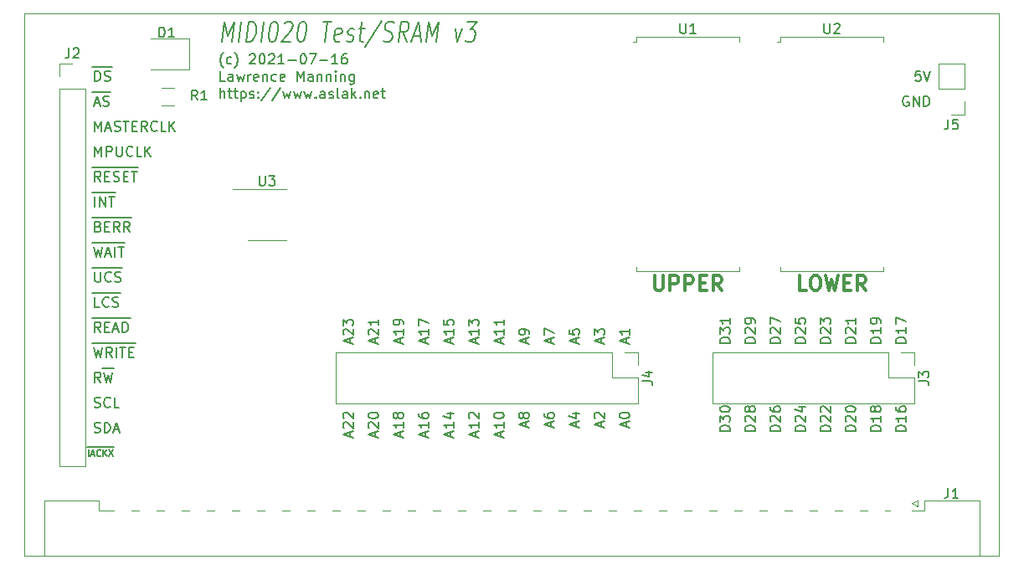
<source format=gbr>
G04 #@! TF.GenerationSoftware,KiCad,Pcbnew,5.1.5+dfsg1-2build2*
G04 #@! TF.CreationDate,2021-07-19T22:25:01+01:00*
G04 #@! TF.ProjectId,TestSRAM,54657374-5352-4414-9d2e-6b696361645f,rev?*
G04 #@! TF.SameCoordinates,Original*
G04 #@! TF.FileFunction,Legend,Top*
G04 #@! TF.FilePolarity,Positive*
%FSLAX46Y46*%
G04 Gerber Fmt 4.6, Leading zero omitted, Abs format (unit mm)*
G04 Created by KiCad (PCBNEW 5.1.5+dfsg1-2build2) date 2021-07-19 22:25:01*
%MOMM*%
%LPD*%
G04 APERTURE LIST*
%ADD10C,0.050000*%
%ADD11C,0.158750*%
%ADD12C,0.203200*%
%ADD13C,0.190500*%
%ADD14C,0.300000*%
%ADD15C,0.120000*%
%ADD16C,0.150000*%
G04 APERTURE END LIST*
D10*
X178181000Y-100965000D02*
X178181000Y-155829000D01*
X79629000Y-100965000D02*
X178181000Y-100965000D01*
X79629000Y-155829000D02*
X79629000Y-100965000D01*
X178181000Y-155829000D02*
X79629000Y-155829000D01*
D11*
X85955187Y-144751425D02*
X86257568Y-144751425D01*
X86106377Y-145702261D02*
X86106377Y-145067261D01*
X86257568Y-144751425D02*
X86801854Y-144751425D01*
X86378520Y-145520833D02*
X86680901Y-145520833D01*
X86318044Y-145702261D02*
X86529711Y-145067261D01*
X86741377Y-145702261D01*
X86801854Y-144751425D02*
X87436854Y-144751425D01*
X87315901Y-145641785D02*
X87285663Y-145672023D01*
X87194949Y-145702261D01*
X87134473Y-145702261D01*
X87043758Y-145672023D01*
X86983282Y-145611547D01*
X86953044Y-145551071D01*
X86922806Y-145430119D01*
X86922806Y-145339404D01*
X86953044Y-145218452D01*
X86983282Y-145157976D01*
X87043758Y-145097500D01*
X87134473Y-145067261D01*
X87194949Y-145067261D01*
X87285663Y-145097500D01*
X87315901Y-145127738D01*
X87436854Y-144751425D02*
X88071854Y-144751425D01*
X87588044Y-145702261D02*
X87588044Y-145067261D01*
X87950901Y-145702261D02*
X87678758Y-145339404D01*
X87950901Y-145067261D02*
X87588044Y-145430119D01*
X88071854Y-144751425D02*
X88676616Y-144751425D01*
X88162568Y-145067261D02*
X88585901Y-145702261D01*
X88585901Y-145067261D02*
X88162568Y-145702261D01*
D12*
X168995634Y-109347000D02*
X168898872Y-109298619D01*
X168753729Y-109298619D01*
X168608586Y-109347000D01*
X168511824Y-109443761D01*
X168463443Y-109540523D01*
X168415062Y-109734047D01*
X168415062Y-109879190D01*
X168463443Y-110072714D01*
X168511824Y-110169476D01*
X168608586Y-110266238D01*
X168753729Y-110314619D01*
X168850491Y-110314619D01*
X168995634Y-110266238D01*
X169044015Y-110217857D01*
X169044015Y-109879190D01*
X168850491Y-109879190D01*
X169479443Y-110314619D02*
X169479443Y-109298619D01*
X170060015Y-110314619D01*
X170060015Y-109298619D01*
X170543824Y-110314619D02*
X170543824Y-109298619D01*
X170785729Y-109298619D01*
X170930872Y-109347000D01*
X171027634Y-109443761D01*
X171076015Y-109540523D01*
X171124396Y-109734047D01*
X171124396Y-109879190D01*
X171076015Y-110072714D01*
X171027634Y-110169476D01*
X170930872Y-110266238D01*
X170785729Y-110314619D01*
X170543824Y-110314619D01*
X170205158Y-106758619D02*
X169721348Y-106758619D01*
X169672967Y-107242428D01*
X169721348Y-107194047D01*
X169818110Y-107145666D01*
X170060015Y-107145666D01*
X170156777Y-107194047D01*
X170205158Y-107242428D01*
X170253539Y-107339190D01*
X170253539Y-107581095D01*
X170205158Y-107677857D01*
X170156777Y-107726238D01*
X170060015Y-107774619D01*
X169818110Y-107774619D01*
X169721348Y-107726238D01*
X169672967Y-107677857D01*
X170543824Y-106758619D02*
X170882491Y-107774619D01*
X171221158Y-106758619D01*
X99724270Y-106434466D02*
X99675889Y-106386085D01*
X99579127Y-106240942D01*
X99530746Y-106144180D01*
X99482365Y-105999038D01*
X99433984Y-105757133D01*
X99433984Y-105563609D01*
X99482365Y-105321704D01*
X99530746Y-105176561D01*
X99579127Y-105079800D01*
X99675889Y-104934657D01*
X99724270Y-104886276D01*
X100546746Y-105999038D02*
X100449984Y-106047419D01*
X100256460Y-106047419D01*
X100159699Y-105999038D01*
X100111318Y-105950657D01*
X100062937Y-105853895D01*
X100062937Y-105563609D01*
X100111318Y-105466847D01*
X100159699Y-105418466D01*
X100256460Y-105370085D01*
X100449984Y-105370085D01*
X100546746Y-105418466D01*
X100885413Y-106434466D02*
X100933794Y-106386085D01*
X101030556Y-106240942D01*
X101078937Y-106144180D01*
X101127318Y-105999038D01*
X101175699Y-105757133D01*
X101175699Y-105563609D01*
X101127318Y-105321704D01*
X101078937Y-105176561D01*
X101030556Y-105079800D01*
X100933794Y-104934657D01*
X100885413Y-104886276D01*
X102385222Y-105128180D02*
X102433603Y-105079800D01*
X102530365Y-105031419D01*
X102772270Y-105031419D01*
X102869032Y-105079800D01*
X102917413Y-105128180D01*
X102965794Y-105224942D01*
X102965794Y-105321704D01*
X102917413Y-105466847D01*
X102336841Y-106047419D01*
X102965794Y-106047419D01*
X103594746Y-105031419D02*
X103691508Y-105031419D01*
X103788270Y-105079800D01*
X103836651Y-105128180D01*
X103885032Y-105224942D01*
X103933413Y-105418466D01*
X103933413Y-105660371D01*
X103885032Y-105853895D01*
X103836651Y-105950657D01*
X103788270Y-105999038D01*
X103691508Y-106047419D01*
X103594746Y-106047419D01*
X103497984Y-105999038D01*
X103449603Y-105950657D01*
X103401222Y-105853895D01*
X103352841Y-105660371D01*
X103352841Y-105418466D01*
X103401222Y-105224942D01*
X103449603Y-105128180D01*
X103497984Y-105079800D01*
X103594746Y-105031419D01*
X104320460Y-105128180D02*
X104368841Y-105079800D01*
X104465603Y-105031419D01*
X104707508Y-105031419D01*
X104804270Y-105079800D01*
X104852651Y-105128180D01*
X104901032Y-105224942D01*
X104901032Y-105321704D01*
X104852651Y-105466847D01*
X104272080Y-106047419D01*
X104901032Y-106047419D01*
X105868651Y-106047419D02*
X105288080Y-106047419D01*
X105578365Y-106047419D02*
X105578365Y-105031419D01*
X105481603Y-105176561D01*
X105384841Y-105273323D01*
X105288080Y-105321704D01*
X106304080Y-105660371D02*
X107078175Y-105660371D01*
X107755508Y-105031419D02*
X107852270Y-105031419D01*
X107949032Y-105079800D01*
X107997413Y-105128180D01*
X108045794Y-105224942D01*
X108094175Y-105418466D01*
X108094175Y-105660371D01*
X108045794Y-105853895D01*
X107997413Y-105950657D01*
X107949032Y-105999038D01*
X107852270Y-106047419D01*
X107755508Y-106047419D01*
X107658746Y-105999038D01*
X107610365Y-105950657D01*
X107561984Y-105853895D01*
X107513603Y-105660371D01*
X107513603Y-105418466D01*
X107561984Y-105224942D01*
X107610365Y-105128180D01*
X107658746Y-105079800D01*
X107755508Y-105031419D01*
X108432841Y-105031419D02*
X109110175Y-105031419D01*
X108674746Y-106047419D01*
X109497222Y-105660371D02*
X110271318Y-105660371D01*
X111287318Y-106047419D02*
X110706746Y-106047419D01*
X110997032Y-106047419D02*
X110997032Y-105031419D01*
X110900270Y-105176561D01*
X110803508Y-105273323D01*
X110706746Y-105321704D01*
X112158175Y-105031419D02*
X111964651Y-105031419D01*
X111867889Y-105079800D01*
X111819508Y-105128180D01*
X111722746Y-105273323D01*
X111674365Y-105466847D01*
X111674365Y-105853895D01*
X111722746Y-105950657D01*
X111771127Y-105999038D01*
X111867889Y-106047419D01*
X112061413Y-106047419D01*
X112158175Y-105999038D01*
X112206556Y-105950657D01*
X112254937Y-105853895D01*
X112254937Y-105611990D01*
X112206556Y-105515228D01*
X112158175Y-105466847D01*
X112061413Y-105418466D01*
X111867889Y-105418466D01*
X111771127Y-105466847D01*
X111722746Y-105515228D01*
X111674365Y-105611990D01*
X99917794Y-107774619D02*
X99433984Y-107774619D01*
X99433984Y-106758619D01*
X100691889Y-107774619D02*
X100691889Y-107242428D01*
X100643508Y-107145666D01*
X100546746Y-107097285D01*
X100353222Y-107097285D01*
X100256460Y-107145666D01*
X100691889Y-107726238D02*
X100595127Y-107774619D01*
X100353222Y-107774619D01*
X100256460Y-107726238D01*
X100208080Y-107629476D01*
X100208080Y-107532714D01*
X100256460Y-107435952D01*
X100353222Y-107387571D01*
X100595127Y-107387571D01*
X100691889Y-107339190D01*
X101078937Y-107097285D02*
X101272460Y-107774619D01*
X101465984Y-107290809D01*
X101659508Y-107774619D01*
X101853032Y-107097285D01*
X102240080Y-107774619D02*
X102240080Y-107097285D01*
X102240080Y-107290809D02*
X102288460Y-107194047D01*
X102336841Y-107145666D01*
X102433603Y-107097285D01*
X102530365Y-107097285D01*
X103256080Y-107726238D02*
X103159318Y-107774619D01*
X102965794Y-107774619D01*
X102869032Y-107726238D01*
X102820651Y-107629476D01*
X102820651Y-107242428D01*
X102869032Y-107145666D01*
X102965794Y-107097285D01*
X103159318Y-107097285D01*
X103256080Y-107145666D01*
X103304460Y-107242428D01*
X103304460Y-107339190D01*
X102820651Y-107435952D01*
X103739889Y-107097285D02*
X103739889Y-107774619D01*
X103739889Y-107194047D02*
X103788270Y-107145666D01*
X103885032Y-107097285D01*
X104030175Y-107097285D01*
X104126937Y-107145666D01*
X104175318Y-107242428D01*
X104175318Y-107774619D01*
X105094556Y-107726238D02*
X104997794Y-107774619D01*
X104804270Y-107774619D01*
X104707508Y-107726238D01*
X104659127Y-107677857D01*
X104610746Y-107581095D01*
X104610746Y-107290809D01*
X104659127Y-107194047D01*
X104707508Y-107145666D01*
X104804270Y-107097285D01*
X104997794Y-107097285D01*
X105094556Y-107145666D01*
X105917032Y-107726238D02*
X105820270Y-107774619D01*
X105626746Y-107774619D01*
X105529984Y-107726238D01*
X105481603Y-107629476D01*
X105481603Y-107242428D01*
X105529984Y-107145666D01*
X105626746Y-107097285D01*
X105820270Y-107097285D01*
X105917032Y-107145666D01*
X105965413Y-107242428D01*
X105965413Y-107339190D01*
X105481603Y-107435952D01*
X107174937Y-107774619D02*
X107174937Y-106758619D01*
X107513603Y-107484333D01*
X107852270Y-106758619D01*
X107852270Y-107774619D01*
X108771508Y-107774619D02*
X108771508Y-107242428D01*
X108723127Y-107145666D01*
X108626365Y-107097285D01*
X108432841Y-107097285D01*
X108336080Y-107145666D01*
X108771508Y-107726238D02*
X108674746Y-107774619D01*
X108432841Y-107774619D01*
X108336080Y-107726238D01*
X108287699Y-107629476D01*
X108287699Y-107532714D01*
X108336080Y-107435952D01*
X108432841Y-107387571D01*
X108674746Y-107387571D01*
X108771508Y-107339190D01*
X109255318Y-107097285D02*
X109255318Y-107774619D01*
X109255318Y-107194047D02*
X109303699Y-107145666D01*
X109400460Y-107097285D01*
X109545603Y-107097285D01*
X109642365Y-107145666D01*
X109690746Y-107242428D01*
X109690746Y-107774619D01*
X110174556Y-107097285D02*
X110174556Y-107774619D01*
X110174556Y-107194047D02*
X110222937Y-107145666D01*
X110319699Y-107097285D01*
X110464841Y-107097285D01*
X110561603Y-107145666D01*
X110609984Y-107242428D01*
X110609984Y-107774619D01*
X111093794Y-107774619D02*
X111093794Y-107097285D01*
X111093794Y-106758619D02*
X111045413Y-106807000D01*
X111093794Y-106855380D01*
X111142175Y-106807000D01*
X111093794Y-106758619D01*
X111093794Y-106855380D01*
X111577603Y-107097285D02*
X111577603Y-107774619D01*
X111577603Y-107194047D02*
X111625984Y-107145666D01*
X111722746Y-107097285D01*
X111867889Y-107097285D01*
X111964651Y-107145666D01*
X112013032Y-107242428D01*
X112013032Y-107774619D01*
X112932270Y-107097285D02*
X112932270Y-107919761D01*
X112883889Y-108016523D01*
X112835508Y-108064904D01*
X112738746Y-108113285D01*
X112593603Y-108113285D01*
X112496841Y-108064904D01*
X112932270Y-107726238D02*
X112835508Y-107774619D01*
X112641984Y-107774619D01*
X112545222Y-107726238D01*
X112496841Y-107677857D01*
X112448460Y-107581095D01*
X112448460Y-107290809D01*
X112496841Y-107194047D01*
X112545222Y-107145666D01*
X112641984Y-107097285D01*
X112835508Y-107097285D01*
X112932270Y-107145666D01*
X99433984Y-109501819D02*
X99433984Y-108485819D01*
X99869413Y-109501819D02*
X99869413Y-108969628D01*
X99821032Y-108872866D01*
X99724270Y-108824485D01*
X99579127Y-108824485D01*
X99482365Y-108872866D01*
X99433984Y-108921247D01*
X100208080Y-108824485D02*
X100595127Y-108824485D01*
X100353222Y-108485819D02*
X100353222Y-109356676D01*
X100401603Y-109453438D01*
X100498365Y-109501819D01*
X100595127Y-109501819D01*
X100788651Y-108824485D02*
X101175699Y-108824485D01*
X100933794Y-108485819D02*
X100933794Y-109356676D01*
X100982175Y-109453438D01*
X101078937Y-109501819D01*
X101175699Y-109501819D01*
X101514365Y-108824485D02*
X101514365Y-109840485D01*
X101514365Y-108872866D02*
X101611127Y-108824485D01*
X101804651Y-108824485D01*
X101901413Y-108872866D01*
X101949794Y-108921247D01*
X101998175Y-109018009D01*
X101998175Y-109308295D01*
X101949794Y-109405057D01*
X101901413Y-109453438D01*
X101804651Y-109501819D01*
X101611127Y-109501819D01*
X101514365Y-109453438D01*
X102385222Y-109453438D02*
X102481984Y-109501819D01*
X102675508Y-109501819D01*
X102772270Y-109453438D01*
X102820651Y-109356676D01*
X102820651Y-109308295D01*
X102772270Y-109211533D01*
X102675508Y-109163152D01*
X102530365Y-109163152D01*
X102433603Y-109114771D01*
X102385222Y-109018009D01*
X102385222Y-108969628D01*
X102433603Y-108872866D01*
X102530365Y-108824485D01*
X102675508Y-108824485D01*
X102772270Y-108872866D01*
X103256080Y-109405057D02*
X103304460Y-109453438D01*
X103256080Y-109501819D01*
X103207699Y-109453438D01*
X103256080Y-109405057D01*
X103256080Y-109501819D01*
X103256080Y-108872866D02*
X103304460Y-108921247D01*
X103256080Y-108969628D01*
X103207699Y-108921247D01*
X103256080Y-108872866D01*
X103256080Y-108969628D01*
X104465603Y-108437438D02*
X103594746Y-109743723D01*
X105529984Y-108437438D02*
X104659127Y-109743723D01*
X105771889Y-108824485D02*
X105965413Y-109501819D01*
X106158937Y-109018009D01*
X106352460Y-109501819D01*
X106545984Y-108824485D01*
X106836270Y-108824485D02*
X107029794Y-109501819D01*
X107223318Y-109018009D01*
X107416841Y-109501819D01*
X107610365Y-108824485D01*
X107900651Y-108824485D02*
X108094175Y-109501819D01*
X108287699Y-109018009D01*
X108481222Y-109501819D01*
X108674746Y-108824485D01*
X109061794Y-109405057D02*
X109110175Y-109453438D01*
X109061794Y-109501819D01*
X109013413Y-109453438D01*
X109061794Y-109405057D01*
X109061794Y-109501819D01*
X109981032Y-109501819D02*
X109981032Y-108969628D01*
X109932651Y-108872866D01*
X109835889Y-108824485D01*
X109642365Y-108824485D01*
X109545603Y-108872866D01*
X109981032Y-109453438D02*
X109884270Y-109501819D01*
X109642365Y-109501819D01*
X109545603Y-109453438D01*
X109497222Y-109356676D01*
X109497222Y-109259914D01*
X109545603Y-109163152D01*
X109642365Y-109114771D01*
X109884270Y-109114771D01*
X109981032Y-109066390D01*
X110416460Y-109453438D02*
X110513222Y-109501819D01*
X110706746Y-109501819D01*
X110803508Y-109453438D01*
X110851889Y-109356676D01*
X110851889Y-109308295D01*
X110803508Y-109211533D01*
X110706746Y-109163152D01*
X110561603Y-109163152D01*
X110464841Y-109114771D01*
X110416460Y-109018009D01*
X110416460Y-108969628D01*
X110464841Y-108872866D01*
X110561603Y-108824485D01*
X110706746Y-108824485D01*
X110803508Y-108872866D01*
X111432460Y-109501819D02*
X111335699Y-109453438D01*
X111287318Y-109356676D01*
X111287318Y-108485819D01*
X112254937Y-109501819D02*
X112254937Y-108969628D01*
X112206556Y-108872866D01*
X112109794Y-108824485D01*
X111916270Y-108824485D01*
X111819508Y-108872866D01*
X112254937Y-109453438D02*
X112158175Y-109501819D01*
X111916270Y-109501819D01*
X111819508Y-109453438D01*
X111771127Y-109356676D01*
X111771127Y-109259914D01*
X111819508Y-109163152D01*
X111916270Y-109114771D01*
X112158175Y-109114771D01*
X112254937Y-109066390D01*
X112738746Y-109501819D02*
X112738746Y-108485819D01*
X112835508Y-109114771D02*
X113125794Y-109501819D01*
X113125794Y-108824485D02*
X112738746Y-109211533D01*
X113561222Y-109405057D02*
X113609603Y-109453438D01*
X113561222Y-109501819D01*
X113512841Y-109453438D01*
X113561222Y-109405057D01*
X113561222Y-109501819D01*
X114045032Y-108824485D02*
X114045032Y-109501819D01*
X114045032Y-108921247D02*
X114093413Y-108872866D01*
X114190175Y-108824485D01*
X114335318Y-108824485D01*
X114432080Y-108872866D01*
X114480460Y-108969628D01*
X114480460Y-109501819D01*
X115351318Y-109453438D02*
X115254556Y-109501819D01*
X115061032Y-109501819D01*
X114964270Y-109453438D01*
X114915889Y-109356676D01*
X114915889Y-108969628D01*
X114964270Y-108872866D01*
X115061032Y-108824485D01*
X115254556Y-108824485D01*
X115351318Y-108872866D01*
X115399699Y-108969628D01*
X115399699Y-109066390D01*
X114915889Y-109163152D01*
X115689984Y-108824485D02*
X116077032Y-108824485D01*
X115835127Y-108485819D02*
X115835127Y-109356676D01*
X115883508Y-109453438D01*
X115980270Y-109501819D01*
X116077032Y-109501819D01*
X99567032Y-103789238D02*
X99821032Y-101757238D01*
X100147603Y-103208666D01*
X100837032Y-101757238D01*
X100583032Y-103789238D01*
X101308746Y-103789238D02*
X101562746Y-101757238D01*
X102034460Y-103789238D02*
X102288460Y-101757238D01*
X102651318Y-101757238D01*
X102856937Y-101854000D01*
X102977889Y-102047523D01*
X103026270Y-102241047D01*
X103050460Y-102628095D01*
X103014175Y-102918380D01*
X102893222Y-103305428D01*
X102796460Y-103498952D01*
X102627127Y-103692476D01*
X102397318Y-103789238D01*
X102034460Y-103789238D01*
X103558460Y-103789238D02*
X103812460Y-101757238D01*
X104828460Y-101757238D02*
X104973603Y-101757238D01*
X105106651Y-101854000D01*
X105167127Y-101950761D01*
X105215508Y-102144285D01*
X105239699Y-102531333D01*
X105179222Y-103015142D01*
X105058270Y-103402190D01*
X104961508Y-103595714D01*
X104876841Y-103692476D01*
X104719603Y-103789238D01*
X104574460Y-103789238D01*
X104441413Y-103692476D01*
X104380937Y-103595714D01*
X104332556Y-103402190D01*
X104308365Y-103015142D01*
X104368841Y-102531333D01*
X104489794Y-102144285D01*
X104586556Y-101950761D01*
X104671222Y-101854000D01*
X104828460Y-101757238D01*
X105892841Y-101950761D02*
X105977508Y-101854000D01*
X106134746Y-101757238D01*
X106497603Y-101757238D01*
X106630651Y-101854000D01*
X106691127Y-101950761D01*
X106739508Y-102144285D01*
X106715318Y-102337809D01*
X106606460Y-102628095D01*
X105590460Y-103789238D01*
X106533889Y-103789238D01*
X107731318Y-101757238D02*
X107876460Y-101757238D01*
X108009508Y-101854000D01*
X108069984Y-101950761D01*
X108118365Y-102144285D01*
X108142556Y-102531333D01*
X108082080Y-103015142D01*
X107961127Y-103402190D01*
X107864365Y-103595714D01*
X107779699Y-103692476D01*
X107622460Y-103789238D01*
X107477318Y-103789238D01*
X107344270Y-103692476D01*
X107283794Y-103595714D01*
X107235413Y-103402190D01*
X107211222Y-103015142D01*
X107271699Y-102531333D01*
X107392651Y-102144285D01*
X107489413Y-101950761D01*
X107574080Y-101854000D01*
X107731318Y-101757238D01*
X109835889Y-101757238D02*
X110706746Y-101757238D01*
X110017318Y-103789238D02*
X110271318Y-101757238D01*
X111553413Y-103692476D02*
X111396175Y-103789238D01*
X111105889Y-103789238D01*
X110972841Y-103692476D01*
X110924460Y-103498952D01*
X111021222Y-102724857D01*
X111117984Y-102531333D01*
X111275222Y-102434571D01*
X111565508Y-102434571D01*
X111698556Y-102531333D01*
X111746937Y-102724857D01*
X111722746Y-102918380D01*
X110972841Y-103111904D01*
X112206556Y-103692476D02*
X112339603Y-103789238D01*
X112629889Y-103789238D01*
X112787127Y-103692476D01*
X112883889Y-103498952D01*
X112895984Y-103402190D01*
X112847603Y-103208666D01*
X112714556Y-103111904D01*
X112496841Y-103111904D01*
X112363794Y-103015142D01*
X112315413Y-102821619D01*
X112327508Y-102724857D01*
X112424270Y-102531333D01*
X112581508Y-102434571D01*
X112799222Y-102434571D01*
X112932270Y-102531333D01*
X113452365Y-102434571D02*
X114032937Y-102434571D01*
X113754746Y-101757238D02*
X113537032Y-103498952D01*
X113585413Y-103692476D01*
X113718460Y-103789238D01*
X113863603Y-103789238D01*
X115726270Y-101660476D02*
X114093413Y-104273047D01*
X115907699Y-103692476D02*
X116113318Y-103789238D01*
X116476175Y-103789238D01*
X116633413Y-103692476D01*
X116718080Y-103595714D01*
X116814841Y-103402190D01*
X116839032Y-103208666D01*
X116790651Y-103015142D01*
X116730175Y-102918380D01*
X116597127Y-102821619D01*
X116318937Y-102724857D01*
X116185889Y-102628095D01*
X116125413Y-102531333D01*
X116077032Y-102337809D01*
X116101222Y-102144285D01*
X116197984Y-101950761D01*
X116282651Y-101854000D01*
X116439889Y-101757238D01*
X116802746Y-101757238D01*
X117008365Y-101854000D01*
X118290460Y-103789238D02*
X117903413Y-102821619D01*
X117419603Y-103789238D02*
X117673603Y-101757238D01*
X118254175Y-101757238D01*
X118387222Y-101854000D01*
X118447699Y-101950761D01*
X118496080Y-102144285D01*
X118459794Y-102434571D01*
X118363032Y-102628095D01*
X118278365Y-102724857D01*
X118121127Y-102821619D01*
X117540556Y-102821619D01*
X118943603Y-103208666D02*
X119669318Y-103208666D01*
X118725889Y-103789238D02*
X119487889Y-101757238D01*
X119741889Y-103789238D01*
X120249889Y-103789238D02*
X120503889Y-101757238D01*
X120830460Y-103208666D01*
X121519889Y-101757238D01*
X121265889Y-103789238D01*
X123176937Y-102434571D02*
X123370460Y-103789238D01*
X123902651Y-102434571D01*
X124422746Y-101757238D02*
X125366175Y-101757238D01*
X124761413Y-102531333D01*
X124979127Y-102531333D01*
X125112175Y-102628095D01*
X125172651Y-102724857D01*
X125221032Y-102918380D01*
X125160556Y-103402190D01*
X125063794Y-103595714D01*
X124979127Y-103692476D01*
X124821889Y-103789238D01*
X124386460Y-103789238D01*
X124253413Y-103692476D01*
X124192937Y-103595714D01*
X86492080Y-106319320D02*
X87508080Y-106319320D01*
X86733984Y-107774619D02*
X86733984Y-106758619D01*
X86975889Y-106758619D01*
X87121032Y-106807000D01*
X87217794Y-106903761D01*
X87266175Y-107000523D01*
X87314556Y-107194047D01*
X87314556Y-107339190D01*
X87266175Y-107532714D01*
X87217794Y-107629476D01*
X87121032Y-107726238D01*
X86975889Y-107774619D01*
X86733984Y-107774619D01*
X87508080Y-106319320D02*
X88475699Y-106319320D01*
X87701603Y-107726238D02*
X87846746Y-107774619D01*
X88088651Y-107774619D01*
X88185413Y-107726238D01*
X88233794Y-107677857D01*
X88282175Y-107581095D01*
X88282175Y-107484333D01*
X88233794Y-107387571D01*
X88185413Y-107339190D01*
X88088651Y-107290809D01*
X87895127Y-107242428D01*
X87798365Y-107194047D01*
X87749984Y-107145666D01*
X87701603Y-107048904D01*
X87701603Y-106952142D01*
X87749984Y-106855380D01*
X87798365Y-106807000D01*
X87895127Y-106758619D01*
X88137032Y-106758619D01*
X88282175Y-106807000D01*
X86492080Y-108859320D02*
X87362937Y-108859320D01*
X86685603Y-110024333D02*
X87169413Y-110024333D01*
X86588841Y-110314619D02*
X86927508Y-109298619D01*
X87266175Y-110314619D01*
X87362937Y-108859320D02*
X88330556Y-108859320D01*
X87556460Y-110266238D02*
X87701603Y-110314619D01*
X87943508Y-110314619D01*
X88040270Y-110266238D01*
X88088651Y-110217857D01*
X88137032Y-110121095D01*
X88137032Y-110024333D01*
X88088651Y-109927571D01*
X88040270Y-109879190D01*
X87943508Y-109830809D01*
X87749984Y-109782428D01*
X87653222Y-109734047D01*
X87604841Y-109685666D01*
X87556460Y-109588904D01*
X87556460Y-109492142D01*
X87604841Y-109395380D01*
X87653222Y-109347000D01*
X87749984Y-109298619D01*
X87991889Y-109298619D01*
X88137032Y-109347000D01*
D13*
X86725729Y-112854619D02*
X86725729Y-111838619D01*
X87064396Y-112564333D01*
X87403063Y-111838619D01*
X87403063Y-112854619D01*
X87838491Y-112564333D02*
X88322301Y-112564333D01*
X87741729Y-112854619D02*
X88080396Y-111838619D01*
X88419063Y-112854619D01*
X88709348Y-112806238D02*
X88854491Y-112854619D01*
X89096396Y-112854619D01*
X89193158Y-112806238D01*
X89241539Y-112757857D01*
X89289920Y-112661095D01*
X89289920Y-112564333D01*
X89241539Y-112467571D01*
X89193158Y-112419190D01*
X89096396Y-112370809D01*
X88902872Y-112322428D01*
X88806110Y-112274047D01*
X88757729Y-112225666D01*
X88709348Y-112128904D01*
X88709348Y-112032142D01*
X88757729Y-111935380D01*
X88806110Y-111887000D01*
X88902872Y-111838619D01*
X89144777Y-111838619D01*
X89289920Y-111887000D01*
X89580205Y-111838619D02*
X90160777Y-111838619D01*
X89870491Y-112854619D02*
X89870491Y-111838619D01*
X90499444Y-112322428D02*
X90838110Y-112322428D01*
X90983253Y-112854619D02*
X90499444Y-112854619D01*
X90499444Y-111838619D01*
X90983253Y-111838619D01*
X91999253Y-112854619D02*
X91660586Y-112370809D01*
X91418682Y-112854619D02*
X91418682Y-111838619D01*
X91805729Y-111838619D01*
X91902491Y-111887000D01*
X91950872Y-111935380D01*
X91999253Y-112032142D01*
X91999253Y-112177285D01*
X91950872Y-112274047D01*
X91902491Y-112322428D01*
X91805729Y-112370809D01*
X91418682Y-112370809D01*
X93015253Y-112757857D02*
X92966872Y-112806238D01*
X92821729Y-112854619D01*
X92724967Y-112854619D01*
X92579825Y-112806238D01*
X92483063Y-112709476D01*
X92434682Y-112612714D01*
X92386301Y-112419190D01*
X92386301Y-112274047D01*
X92434682Y-112080523D01*
X92483063Y-111983761D01*
X92579825Y-111887000D01*
X92724967Y-111838619D01*
X92821729Y-111838619D01*
X92966872Y-111887000D01*
X93015253Y-111935380D01*
X93934491Y-112854619D02*
X93450682Y-112854619D01*
X93450682Y-111838619D01*
X94273158Y-112854619D02*
X94273158Y-111838619D01*
X94853729Y-112854619D02*
X94418301Y-112274047D01*
X94853729Y-111838619D02*
X94273158Y-112419190D01*
D12*
X86733984Y-115394619D02*
X86733984Y-114378619D01*
X87072651Y-115104333D01*
X87411318Y-114378619D01*
X87411318Y-115394619D01*
X87895127Y-115394619D02*
X87895127Y-114378619D01*
X88282175Y-114378619D01*
X88378937Y-114427000D01*
X88427318Y-114475380D01*
X88475699Y-114572142D01*
X88475699Y-114717285D01*
X88427318Y-114814047D01*
X88378937Y-114862428D01*
X88282175Y-114910809D01*
X87895127Y-114910809D01*
X88911127Y-114378619D02*
X88911127Y-115201095D01*
X88959508Y-115297857D01*
X89007889Y-115346238D01*
X89104651Y-115394619D01*
X89298175Y-115394619D01*
X89394937Y-115346238D01*
X89443318Y-115297857D01*
X89491699Y-115201095D01*
X89491699Y-114378619D01*
X90556080Y-115297857D02*
X90507699Y-115346238D01*
X90362556Y-115394619D01*
X90265794Y-115394619D01*
X90120651Y-115346238D01*
X90023889Y-115249476D01*
X89975508Y-115152714D01*
X89927127Y-114959190D01*
X89927127Y-114814047D01*
X89975508Y-114620523D01*
X90023889Y-114523761D01*
X90120651Y-114427000D01*
X90265794Y-114378619D01*
X90362556Y-114378619D01*
X90507699Y-114427000D01*
X90556080Y-114475380D01*
X91475318Y-115394619D02*
X90991508Y-115394619D01*
X90991508Y-114378619D01*
X91813984Y-115394619D02*
X91813984Y-114378619D01*
X92394556Y-115394619D02*
X91959127Y-114814047D01*
X92394556Y-114378619D02*
X91813984Y-114959190D01*
X86492080Y-116479320D02*
X87508080Y-116479320D01*
X87314556Y-117934619D02*
X86975889Y-117450809D01*
X86733984Y-117934619D02*
X86733984Y-116918619D01*
X87121032Y-116918619D01*
X87217794Y-116967000D01*
X87266175Y-117015380D01*
X87314556Y-117112142D01*
X87314556Y-117257285D01*
X87266175Y-117354047D01*
X87217794Y-117402428D01*
X87121032Y-117450809D01*
X86733984Y-117450809D01*
X87508080Y-116479320D02*
X88427318Y-116479320D01*
X87749984Y-117402428D02*
X88088651Y-117402428D01*
X88233794Y-117934619D02*
X87749984Y-117934619D01*
X87749984Y-116918619D01*
X88233794Y-116918619D01*
X88427318Y-116479320D02*
X89394937Y-116479320D01*
X88620841Y-117886238D02*
X88765984Y-117934619D01*
X89007889Y-117934619D01*
X89104651Y-117886238D01*
X89153032Y-117837857D01*
X89201413Y-117741095D01*
X89201413Y-117644333D01*
X89153032Y-117547571D01*
X89104651Y-117499190D01*
X89007889Y-117450809D01*
X88814365Y-117402428D01*
X88717603Y-117354047D01*
X88669222Y-117305666D01*
X88620841Y-117208904D01*
X88620841Y-117112142D01*
X88669222Y-117015380D01*
X88717603Y-116967000D01*
X88814365Y-116918619D01*
X89056270Y-116918619D01*
X89201413Y-116967000D01*
X89394937Y-116479320D02*
X90314175Y-116479320D01*
X89636841Y-117402428D02*
X89975508Y-117402428D01*
X90120651Y-117934619D02*
X89636841Y-117934619D01*
X89636841Y-116918619D01*
X90120651Y-116918619D01*
X90314175Y-116479320D02*
X91088270Y-116479320D01*
X90410937Y-116918619D02*
X90991508Y-116918619D01*
X90701222Y-117934619D02*
X90701222Y-116918619D01*
X86492080Y-119019320D02*
X86975889Y-119019320D01*
X86733984Y-120474619D02*
X86733984Y-119458619D01*
X86975889Y-119019320D02*
X88040270Y-119019320D01*
X87217794Y-120474619D02*
X87217794Y-119458619D01*
X87798365Y-120474619D01*
X87798365Y-119458619D01*
X88040270Y-119019320D02*
X88814365Y-119019320D01*
X88137032Y-119458619D02*
X88717603Y-119458619D01*
X88427318Y-120474619D02*
X88427318Y-119458619D01*
X86492080Y-121559320D02*
X87508080Y-121559320D01*
X87072651Y-122482428D02*
X87217794Y-122530809D01*
X87266175Y-122579190D01*
X87314556Y-122675952D01*
X87314556Y-122821095D01*
X87266175Y-122917857D01*
X87217794Y-122966238D01*
X87121032Y-123014619D01*
X86733984Y-123014619D01*
X86733984Y-121998619D01*
X87072651Y-121998619D01*
X87169413Y-122047000D01*
X87217794Y-122095380D01*
X87266175Y-122192142D01*
X87266175Y-122288904D01*
X87217794Y-122385666D01*
X87169413Y-122434047D01*
X87072651Y-122482428D01*
X86733984Y-122482428D01*
X87508080Y-121559320D02*
X88427318Y-121559320D01*
X87749984Y-122482428D02*
X88088651Y-122482428D01*
X88233794Y-123014619D02*
X87749984Y-123014619D01*
X87749984Y-121998619D01*
X88233794Y-121998619D01*
X88427318Y-121559320D02*
X89443318Y-121559320D01*
X89249794Y-123014619D02*
X88911127Y-122530809D01*
X88669222Y-123014619D02*
X88669222Y-121998619D01*
X89056270Y-121998619D01*
X89153032Y-122047000D01*
X89201413Y-122095380D01*
X89249794Y-122192142D01*
X89249794Y-122337285D01*
X89201413Y-122434047D01*
X89153032Y-122482428D01*
X89056270Y-122530809D01*
X88669222Y-122530809D01*
X89443318Y-121559320D02*
X90459318Y-121559320D01*
X90265794Y-123014619D02*
X89927127Y-122530809D01*
X89685222Y-123014619D02*
X89685222Y-121998619D01*
X90072270Y-121998619D01*
X90169032Y-122047000D01*
X90217413Y-122095380D01*
X90265794Y-122192142D01*
X90265794Y-122337285D01*
X90217413Y-122434047D01*
X90169032Y-122482428D01*
X90072270Y-122530809D01*
X89685222Y-122530809D01*
X86492080Y-124099320D02*
X87653222Y-124099320D01*
X86637222Y-124538619D02*
X86879127Y-125554619D01*
X87072651Y-124828904D01*
X87266175Y-125554619D01*
X87508080Y-124538619D01*
X87653222Y-124099320D02*
X88524080Y-124099320D01*
X87846746Y-125264333D02*
X88330556Y-125264333D01*
X87749984Y-125554619D02*
X88088651Y-124538619D01*
X88427318Y-125554619D01*
X88524080Y-124099320D02*
X89007889Y-124099320D01*
X88765984Y-125554619D02*
X88765984Y-124538619D01*
X89007889Y-124099320D02*
X89781984Y-124099320D01*
X89104651Y-124538619D02*
X89685222Y-124538619D01*
X89394937Y-125554619D02*
X89394937Y-124538619D01*
X86492080Y-126639320D02*
X87556460Y-126639320D01*
X86733984Y-127078619D02*
X86733984Y-127901095D01*
X86782365Y-127997857D01*
X86830746Y-128046238D01*
X86927508Y-128094619D01*
X87121032Y-128094619D01*
X87217794Y-128046238D01*
X87266175Y-127997857D01*
X87314556Y-127901095D01*
X87314556Y-127078619D01*
X87556460Y-126639320D02*
X88572460Y-126639320D01*
X88378937Y-127997857D02*
X88330556Y-128046238D01*
X88185413Y-128094619D01*
X88088651Y-128094619D01*
X87943508Y-128046238D01*
X87846746Y-127949476D01*
X87798365Y-127852714D01*
X87749984Y-127659190D01*
X87749984Y-127514047D01*
X87798365Y-127320523D01*
X87846746Y-127223761D01*
X87943508Y-127127000D01*
X88088651Y-127078619D01*
X88185413Y-127078619D01*
X88330556Y-127127000D01*
X88378937Y-127175380D01*
X88572460Y-126639320D02*
X89540080Y-126639320D01*
X88765984Y-128046238D02*
X88911127Y-128094619D01*
X89153032Y-128094619D01*
X89249794Y-128046238D01*
X89298175Y-127997857D01*
X89346556Y-127901095D01*
X89346556Y-127804333D01*
X89298175Y-127707571D01*
X89249794Y-127659190D01*
X89153032Y-127610809D01*
X88959508Y-127562428D01*
X88862746Y-127514047D01*
X88814365Y-127465666D01*
X88765984Y-127368904D01*
X88765984Y-127272142D01*
X88814365Y-127175380D01*
X88862746Y-127127000D01*
X88959508Y-127078619D01*
X89201413Y-127078619D01*
X89346556Y-127127000D01*
X86492080Y-129179320D02*
X87314556Y-129179320D01*
X87217794Y-130634619D02*
X86733984Y-130634619D01*
X86733984Y-129618619D01*
X87314556Y-129179320D02*
X88330556Y-129179320D01*
X88137032Y-130537857D02*
X88088651Y-130586238D01*
X87943508Y-130634619D01*
X87846746Y-130634619D01*
X87701603Y-130586238D01*
X87604841Y-130489476D01*
X87556460Y-130392714D01*
X87508080Y-130199190D01*
X87508080Y-130054047D01*
X87556460Y-129860523D01*
X87604841Y-129763761D01*
X87701603Y-129667000D01*
X87846746Y-129618619D01*
X87943508Y-129618619D01*
X88088651Y-129667000D01*
X88137032Y-129715380D01*
X88330556Y-129179320D02*
X89298175Y-129179320D01*
X88524080Y-130586238D02*
X88669222Y-130634619D01*
X88911127Y-130634619D01*
X89007889Y-130586238D01*
X89056270Y-130537857D01*
X89104651Y-130441095D01*
X89104651Y-130344333D01*
X89056270Y-130247571D01*
X89007889Y-130199190D01*
X88911127Y-130150809D01*
X88717603Y-130102428D01*
X88620841Y-130054047D01*
X88572460Y-130005666D01*
X88524080Y-129908904D01*
X88524080Y-129812142D01*
X88572460Y-129715380D01*
X88620841Y-129667000D01*
X88717603Y-129618619D01*
X88959508Y-129618619D01*
X89104651Y-129667000D01*
X86492080Y-131719320D02*
X87508080Y-131719320D01*
X87314556Y-133174619D02*
X86975889Y-132690809D01*
X86733984Y-133174619D02*
X86733984Y-132158619D01*
X87121032Y-132158619D01*
X87217794Y-132207000D01*
X87266175Y-132255380D01*
X87314556Y-132352142D01*
X87314556Y-132497285D01*
X87266175Y-132594047D01*
X87217794Y-132642428D01*
X87121032Y-132690809D01*
X86733984Y-132690809D01*
X87508080Y-131719320D02*
X88427318Y-131719320D01*
X87749984Y-132642428D02*
X88088651Y-132642428D01*
X88233794Y-133174619D02*
X87749984Y-133174619D01*
X87749984Y-132158619D01*
X88233794Y-132158619D01*
X88427318Y-131719320D02*
X89298175Y-131719320D01*
X88620841Y-132884333D02*
X89104651Y-132884333D01*
X88524080Y-133174619D02*
X88862746Y-132158619D01*
X89201413Y-133174619D01*
X89298175Y-131719320D02*
X90314175Y-131719320D01*
X89540080Y-133174619D02*
X89540080Y-132158619D01*
X89781984Y-132158619D01*
X89927127Y-132207000D01*
X90023889Y-132303761D01*
X90072270Y-132400523D01*
X90120651Y-132594047D01*
X90120651Y-132739190D01*
X90072270Y-132932714D01*
X90023889Y-133029476D01*
X89927127Y-133126238D01*
X89781984Y-133174619D01*
X89540080Y-133174619D01*
X86492080Y-134259320D02*
X87653222Y-134259320D01*
X86637222Y-134698619D02*
X86879127Y-135714619D01*
X87072651Y-134988904D01*
X87266175Y-135714619D01*
X87508080Y-134698619D01*
X87653222Y-134259320D02*
X88669222Y-134259320D01*
X88475699Y-135714619D02*
X88137032Y-135230809D01*
X87895127Y-135714619D02*
X87895127Y-134698619D01*
X88282175Y-134698619D01*
X88378937Y-134747000D01*
X88427318Y-134795380D01*
X88475699Y-134892142D01*
X88475699Y-135037285D01*
X88427318Y-135134047D01*
X88378937Y-135182428D01*
X88282175Y-135230809D01*
X87895127Y-135230809D01*
X88669222Y-134259320D02*
X89153032Y-134259320D01*
X88911127Y-135714619D02*
X88911127Y-134698619D01*
X89153032Y-134259320D02*
X89927127Y-134259320D01*
X89249794Y-134698619D02*
X89830365Y-134698619D01*
X89540080Y-135714619D02*
X89540080Y-134698619D01*
X89927127Y-134259320D02*
X90846365Y-134259320D01*
X90169032Y-135182428D02*
X90507699Y-135182428D01*
X90652841Y-135714619D02*
X90169032Y-135714619D01*
X90169032Y-134698619D01*
X90652841Y-134698619D01*
X87314556Y-138254619D02*
X86975889Y-137770809D01*
X86733984Y-138254619D02*
X86733984Y-137238619D01*
X87121032Y-137238619D01*
X87217794Y-137287000D01*
X87266175Y-137335380D01*
X87314556Y-137432142D01*
X87314556Y-137577285D01*
X87266175Y-137674047D01*
X87217794Y-137722428D01*
X87121032Y-137770809D01*
X86733984Y-137770809D01*
X87508080Y-136799320D02*
X88669222Y-136799320D01*
X87653222Y-137238619D02*
X87895127Y-138254619D01*
X88088651Y-137528904D01*
X88282175Y-138254619D01*
X88524080Y-137238619D01*
X86685603Y-140746238D02*
X86830746Y-140794619D01*
X87072651Y-140794619D01*
X87169413Y-140746238D01*
X87217794Y-140697857D01*
X87266175Y-140601095D01*
X87266175Y-140504333D01*
X87217794Y-140407571D01*
X87169413Y-140359190D01*
X87072651Y-140310809D01*
X86879127Y-140262428D01*
X86782365Y-140214047D01*
X86733984Y-140165666D01*
X86685603Y-140068904D01*
X86685603Y-139972142D01*
X86733984Y-139875380D01*
X86782365Y-139827000D01*
X86879127Y-139778619D01*
X87121032Y-139778619D01*
X87266175Y-139827000D01*
X88282175Y-140697857D02*
X88233794Y-140746238D01*
X88088651Y-140794619D01*
X87991889Y-140794619D01*
X87846746Y-140746238D01*
X87749984Y-140649476D01*
X87701603Y-140552714D01*
X87653222Y-140359190D01*
X87653222Y-140214047D01*
X87701603Y-140020523D01*
X87749984Y-139923761D01*
X87846746Y-139827000D01*
X87991889Y-139778619D01*
X88088651Y-139778619D01*
X88233794Y-139827000D01*
X88282175Y-139875380D01*
X89201413Y-140794619D02*
X88717603Y-140794619D01*
X88717603Y-139778619D01*
X86685603Y-143286238D02*
X86830746Y-143334619D01*
X87072651Y-143334619D01*
X87169413Y-143286238D01*
X87217794Y-143237857D01*
X87266175Y-143141095D01*
X87266175Y-143044333D01*
X87217794Y-142947571D01*
X87169413Y-142899190D01*
X87072651Y-142850809D01*
X86879127Y-142802428D01*
X86782365Y-142754047D01*
X86733984Y-142705666D01*
X86685603Y-142608904D01*
X86685603Y-142512142D01*
X86733984Y-142415380D01*
X86782365Y-142367000D01*
X86879127Y-142318619D01*
X87121032Y-142318619D01*
X87266175Y-142367000D01*
X87701603Y-143334619D02*
X87701603Y-142318619D01*
X87943508Y-142318619D01*
X88088651Y-142367000D01*
X88185413Y-142463761D01*
X88233794Y-142560523D01*
X88282175Y-142754047D01*
X88282175Y-142899190D01*
X88233794Y-143092714D01*
X88185413Y-143189476D01*
X88088651Y-143286238D01*
X87943508Y-143334619D01*
X87701603Y-143334619D01*
X88669222Y-143044333D02*
X89153032Y-143044333D01*
X88572460Y-143334619D02*
X88911127Y-142318619D01*
X89249794Y-143334619D01*
D14*
X158682857Y-128948571D02*
X157968571Y-128948571D01*
X157968571Y-127448571D01*
X159468571Y-127448571D02*
X159754285Y-127448571D01*
X159897142Y-127520000D01*
X160040000Y-127662857D01*
X160111428Y-127948571D01*
X160111428Y-128448571D01*
X160040000Y-128734285D01*
X159897142Y-128877142D01*
X159754285Y-128948571D01*
X159468571Y-128948571D01*
X159325714Y-128877142D01*
X159182857Y-128734285D01*
X159111428Y-128448571D01*
X159111428Y-127948571D01*
X159182857Y-127662857D01*
X159325714Y-127520000D01*
X159468571Y-127448571D01*
X160611428Y-127448571D02*
X160968571Y-128948571D01*
X161254285Y-127877142D01*
X161540000Y-128948571D01*
X161897142Y-127448571D01*
X162468571Y-128162857D02*
X162968571Y-128162857D01*
X163182857Y-128948571D02*
X162468571Y-128948571D01*
X162468571Y-127448571D01*
X163182857Y-127448571D01*
X164682857Y-128948571D02*
X164182857Y-128234285D01*
X163825714Y-128948571D02*
X163825714Y-127448571D01*
X164397142Y-127448571D01*
X164540000Y-127520000D01*
X164611428Y-127591428D01*
X164682857Y-127734285D01*
X164682857Y-127948571D01*
X164611428Y-128091428D01*
X164540000Y-128162857D01*
X164397142Y-128234285D01*
X163825714Y-128234285D01*
X143327857Y-127448571D02*
X143327857Y-128662857D01*
X143399285Y-128805714D01*
X143470714Y-128877142D01*
X143613571Y-128948571D01*
X143899285Y-128948571D01*
X144042142Y-128877142D01*
X144113571Y-128805714D01*
X144185000Y-128662857D01*
X144185000Y-127448571D01*
X144899285Y-128948571D02*
X144899285Y-127448571D01*
X145470714Y-127448571D01*
X145613571Y-127520000D01*
X145685000Y-127591428D01*
X145756428Y-127734285D01*
X145756428Y-127948571D01*
X145685000Y-128091428D01*
X145613571Y-128162857D01*
X145470714Y-128234285D01*
X144899285Y-128234285D01*
X146399285Y-128948571D02*
X146399285Y-127448571D01*
X146970714Y-127448571D01*
X147113571Y-127520000D01*
X147185000Y-127591428D01*
X147256428Y-127734285D01*
X147256428Y-127948571D01*
X147185000Y-128091428D01*
X147113571Y-128162857D01*
X146970714Y-128234285D01*
X146399285Y-128234285D01*
X147899285Y-128162857D02*
X148399285Y-128162857D01*
X148613571Y-128948571D02*
X147899285Y-128948571D01*
X147899285Y-127448571D01*
X148613571Y-127448571D01*
X150113571Y-128948571D02*
X149613571Y-128234285D01*
X149256428Y-128948571D02*
X149256428Y-127448571D01*
X149827857Y-127448571D01*
X149970714Y-127520000D01*
X150042142Y-127591428D01*
X150113571Y-127734285D01*
X150113571Y-127948571D01*
X150042142Y-128091428D01*
X149970714Y-128162857D01*
X149827857Y-128234285D01*
X149256428Y-128234285D01*
D12*
X150954619Y-134246015D02*
X149938619Y-134246015D01*
X149938619Y-134004110D01*
X149987000Y-133858967D01*
X150083761Y-133762205D01*
X150180523Y-133713824D01*
X150374047Y-133665443D01*
X150519190Y-133665443D01*
X150712714Y-133713824D01*
X150809476Y-133762205D01*
X150906238Y-133858967D01*
X150954619Y-134004110D01*
X150954619Y-134246015D01*
X149938619Y-133326777D02*
X149938619Y-132697824D01*
X150325666Y-133036491D01*
X150325666Y-132891348D01*
X150374047Y-132794586D01*
X150422428Y-132746205D01*
X150519190Y-132697824D01*
X150761095Y-132697824D01*
X150857857Y-132746205D01*
X150906238Y-132794586D01*
X150954619Y-132891348D01*
X150954619Y-133181634D01*
X150906238Y-133278396D01*
X150857857Y-133326777D01*
X150954619Y-131730205D02*
X150954619Y-132310777D01*
X150954619Y-132020491D02*
X149938619Y-132020491D01*
X150083761Y-132117253D01*
X150180523Y-132214015D01*
X150228904Y-132310777D01*
X153494619Y-134246015D02*
X152478619Y-134246015D01*
X152478619Y-134004110D01*
X152527000Y-133858967D01*
X152623761Y-133762205D01*
X152720523Y-133713824D01*
X152914047Y-133665443D01*
X153059190Y-133665443D01*
X153252714Y-133713824D01*
X153349476Y-133762205D01*
X153446238Y-133858967D01*
X153494619Y-134004110D01*
X153494619Y-134246015D01*
X152575380Y-133278396D02*
X152527000Y-133230015D01*
X152478619Y-133133253D01*
X152478619Y-132891348D01*
X152527000Y-132794586D01*
X152575380Y-132746205D01*
X152672142Y-132697824D01*
X152768904Y-132697824D01*
X152914047Y-132746205D01*
X153494619Y-133326777D01*
X153494619Y-132697824D01*
X153494619Y-132214015D02*
X153494619Y-132020491D01*
X153446238Y-131923729D01*
X153397857Y-131875348D01*
X153252714Y-131778586D01*
X153059190Y-131730205D01*
X152672142Y-131730205D01*
X152575380Y-131778586D01*
X152527000Y-131826967D01*
X152478619Y-131923729D01*
X152478619Y-132117253D01*
X152527000Y-132214015D01*
X152575380Y-132262396D01*
X152672142Y-132310777D01*
X152914047Y-132310777D01*
X153010809Y-132262396D01*
X153059190Y-132214015D01*
X153107571Y-132117253D01*
X153107571Y-131923729D01*
X153059190Y-131826967D01*
X153010809Y-131778586D01*
X152914047Y-131730205D01*
X156034619Y-134246015D02*
X155018619Y-134246015D01*
X155018619Y-134004110D01*
X155067000Y-133858967D01*
X155163761Y-133762205D01*
X155260523Y-133713824D01*
X155454047Y-133665443D01*
X155599190Y-133665443D01*
X155792714Y-133713824D01*
X155889476Y-133762205D01*
X155986238Y-133858967D01*
X156034619Y-134004110D01*
X156034619Y-134246015D01*
X155115380Y-133278396D02*
X155067000Y-133230015D01*
X155018619Y-133133253D01*
X155018619Y-132891348D01*
X155067000Y-132794586D01*
X155115380Y-132746205D01*
X155212142Y-132697824D01*
X155308904Y-132697824D01*
X155454047Y-132746205D01*
X156034619Y-133326777D01*
X156034619Y-132697824D01*
X155018619Y-132359158D02*
X155018619Y-131681824D01*
X156034619Y-132117253D01*
X158574619Y-134246015D02*
X157558619Y-134246015D01*
X157558619Y-134004110D01*
X157607000Y-133858967D01*
X157703761Y-133762205D01*
X157800523Y-133713824D01*
X157994047Y-133665443D01*
X158139190Y-133665443D01*
X158332714Y-133713824D01*
X158429476Y-133762205D01*
X158526238Y-133858967D01*
X158574619Y-134004110D01*
X158574619Y-134246015D01*
X157655380Y-133278396D02*
X157607000Y-133230015D01*
X157558619Y-133133253D01*
X157558619Y-132891348D01*
X157607000Y-132794586D01*
X157655380Y-132746205D01*
X157752142Y-132697824D01*
X157848904Y-132697824D01*
X157994047Y-132746205D01*
X158574619Y-133326777D01*
X158574619Y-132697824D01*
X157558619Y-131778586D02*
X157558619Y-132262396D01*
X158042428Y-132310777D01*
X157994047Y-132262396D01*
X157945666Y-132165634D01*
X157945666Y-131923729D01*
X157994047Y-131826967D01*
X158042428Y-131778586D01*
X158139190Y-131730205D01*
X158381095Y-131730205D01*
X158477857Y-131778586D01*
X158526238Y-131826967D01*
X158574619Y-131923729D01*
X158574619Y-132165634D01*
X158526238Y-132262396D01*
X158477857Y-132310777D01*
X161114619Y-134246015D02*
X160098619Y-134246015D01*
X160098619Y-134004110D01*
X160147000Y-133858967D01*
X160243761Y-133762205D01*
X160340523Y-133713824D01*
X160534047Y-133665443D01*
X160679190Y-133665443D01*
X160872714Y-133713824D01*
X160969476Y-133762205D01*
X161066238Y-133858967D01*
X161114619Y-134004110D01*
X161114619Y-134246015D01*
X160195380Y-133278396D02*
X160147000Y-133230015D01*
X160098619Y-133133253D01*
X160098619Y-132891348D01*
X160147000Y-132794586D01*
X160195380Y-132746205D01*
X160292142Y-132697824D01*
X160388904Y-132697824D01*
X160534047Y-132746205D01*
X161114619Y-133326777D01*
X161114619Y-132697824D01*
X160098619Y-132359158D02*
X160098619Y-131730205D01*
X160485666Y-132068872D01*
X160485666Y-131923729D01*
X160534047Y-131826967D01*
X160582428Y-131778586D01*
X160679190Y-131730205D01*
X160921095Y-131730205D01*
X161017857Y-131778586D01*
X161066238Y-131826967D01*
X161114619Y-131923729D01*
X161114619Y-132214015D01*
X161066238Y-132310777D01*
X161017857Y-132359158D01*
X163654619Y-134246015D02*
X162638619Y-134246015D01*
X162638619Y-134004110D01*
X162687000Y-133858967D01*
X162783761Y-133762205D01*
X162880523Y-133713824D01*
X163074047Y-133665443D01*
X163219190Y-133665443D01*
X163412714Y-133713824D01*
X163509476Y-133762205D01*
X163606238Y-133858967D01*
X163654619Y-134004110D01*
X163654619Y-134246015D01*
X162735380Y-133278396D02*
X162687000Y-133230015D01*
X162638619Y-133133253D01*
X162638619Y-132891348D01*
X162687000Y-132794586D01*
X162735380Y-132746205D01*
X162832142Y-132697824D01*
X162928904Y-132697824D01*
X163074047Y-132746205D01*
X163654619Y-133326777D01*
X163654619Y-132697824D01*
X163654619Y-131730205D02*
X163654619Y-132310777D01*
X163654619Y-132020491D02*
X162638619Y-132020491D01*
X162783761Y-132117253D01*
X162880523Y-132214015D01*
X162928904Y-132310777D01*
X166194619Y-134246015D02*
X165178619Y-134246015D01*
X165178619Y-134004110D01*
X165227000Y-133858967D01*
X165323761Y-133762205D01*
X165420523Y-133713824D01*
X165614047Y-133665443D01*
X165759190Y-133665443D01*
X165952714Y-133713824D01*
X166049476Y-133762205D01*
X166146238Y-133858967D01*
X166194619Y-134004110D01*
X166194619Y-134246015D01*
X166194619Y-132697824D02*
X166194619Y-133278396D01*
X166194619Y-132988110D02*
X165178619Y-132988110D01*
X165323761Y-133084872D01*
X165420523Y-133181634D01*
X165468904Y-133278396D01*
X166194619Y-132214015D02*
X166194619Y-132020491D01*
X166146238Y-131923729D01*
X166097857Y-131875348D01*
X165952714Y-131778586D01*
X165759190Y-131730205D01*
X165372142Y-131730205D01*
X165275380Y-131778586D01*
X165227000Y-131826967D01*
X165178619Y-131923729D01*
X165178619Y-132117253D01*
X165227000Y-132214015D01*
X165275380Y-132262396D01*
X165372142Y-132310777D01*
X165614047Y-132310777D01*
X165710809Y-132262396D01*
X165759190Y-132214015D01*
X165807571Y-132117253D01*
X165807571Y-131923729D01*
X165759190Y-131826967D01*
X165710809Y-131778586D01*
X165614047Y-131730205D01*
X168734619Y-134246015D02*
X167718619Y-134246015D01*
X167718619Y-134004110D01*
X167767000Y-133858967D01*
X167863761Y-133762205D01*
X167960523Y-133713824D01*
X168154047Y-133665443D01*
X168299190Y-133665443D01*
X168492714Y-133713824D01*
X168589476Y-133762205D01*
X168686238Y-133858967D01*
X168734619Y-134004110D01*
X168734619Y-134246015D01*
X168734619Y-132697824D02*
X168734619Y-133278396D01*
X168734619Y-132988110D02*
X167718619Y-132988110D01*
X167863761Y-133084872D01*
X167960523Y-133181634D01*
X168008904Y-133278396D01*
X167718619Y-132359158D02*
X167718619Y-131681824D01*
X168734619Y-132117253D01*
X168734619Y-143176413D02*
X167718619Y-143176413D01*
X167718619Y-142934508D01*
X167767000Y-142789365D01*
X167863761Y-142692603D01*
X167960523Y-142644222D01*
X168154047Y-142595841D01*
X168299190Y-142595841D01*
X168492714Y-142644222D01*
X168589476Y-142692603D01*
X168686238Y-142789365D01*
X168734619Y-142934508D01*
X168734619Y-143176413D01*
X168734619Y-141628222D02*
X168734619Y-142208794D01*
X168734619Y-141918508D02*
X167718619Y-141918508D01*
X167863761Y-142015270D01*
X167960523Y-142112032D01*
X168008904Y-142208794D01*
X167718619Y-140757365D02*
X167718619Y-140950889D01*
X167767000Y-141047651D01*
X167815380Y-141096032D01*
X167960523Y-141192794D01*
X168154047Y-141241175D01*
X168541095Y-141241175D01*
X168637857Y-141192794D01*
X168686238Y-141144413D01*
X168734619Y-141047651D01*
X168734619Y-140854127D01*
X168686238Y-140757365D01*
X168637857Y-140708984D01*
X168541095Y-140660603D01*
X168299190Y-140660603D01*
X168202428Y-140708984D01*
X168154047Y-140757365D01*
X168105666Y-140854127D01*
X168105666Y-141047651D01*
X168154047Y-141144413D01*
X168202428Y-141192794D01*
X168299190Y-141241175D01*
X166194619Y-143176413D02*
X165178619Y-143176413D01*
X165178619Y-142934508D01*
X165227000Y-142789365D01*
X165323761Y-142692603D01*
X165420523Y-142644222D01*
X165614047Y-142595841D01*
X165759190Y-142595841D01*
X165952714Y-142644222D01*
X166049476Y-142692603D01*
X166146238Y-142789365D01*
X166194619Y-142934508D01*
X166194619Y-143176413D01*
X166194619Y-141628222D02*
X166194619Y-142208794D01*
X166194619Y-141918508D02*
X165178619Y-141918508D01*
X165323761Y-142015270D01*
X165420523Y-142112032D01*
X165468904Y-142208794D01*
X165614047Y-141047651D02*
X165565666Y-141144413D01*
X165517285Y-141192794D01*
X165420523Y-141241175D01*
X165372142Y-141241175D01*
X165275380Y-141192794D01*
X165227000Y-141144413D01*
X165178619Y-141047651D01*
X165178619Y-140854127D01*
X165227000Y-140757365D01*
X165275380Y-140708984D01*
X165372142Y-140660603D01*
X165420523Y-140660603D01*
X165517285Y-140708984D01*
X165565666Y-140757365D01*
X165614047Y-140854127D01*
X165614047Y-141047651D01*
X165662428Y-141144413D01*
X165710809Y-141192794D01*
X165807571Y-141241175D01*
X166001095Y-141241175D01*
X166097857Y-141192794D01*
X166146238Y-141144413D01*
X166194619Y-141047651D01*
X166194619Y-140854127D01*
X166146238Y-140757365D01*
X166097857Y-140708984D01*
X166001095Y-140660603D01*
X165807571Y-140660603D01*
X165710809Y-140708984D01*
X165662428Y-140757365D01*
X165614047Y-140854127D01*
X163654619Y-143176413D02*
X162638619Y-143176413D01*
X162638619Y-142934508D01*
X162687000Y-142789365D01*
X162783761Y-142692603D01*
X162880523Y-142644222D01*
X163074047Y-142595841D01*
X163219190Y-142595841D01*
X163412714Y-142644222D01*
X163509476Y-142692603D01*
X163606238Y-142789365D01*
X163654619Y-142934508D01*
X163654619Y-143176413D01*
X162735380Y-142208794D02*
X162687000Y-142160413D01*
X162638619Y-142063651D01*
X162638619Y-141821746D01*
X162687000Y-141724984D01*
X162735380Y-141676603D01*
X162832142Y-141628222D01*
X162928904Y-141628222D01*
X163074047Y-141676603D01*
X163654619Y-142257175D01*
X163654619Y-141628222D01*
X162638619Y-140999270D02*
X162638619Y-140902508D01*
X162687000Y-140805746D01*
X162735380Y-140757365D01*
X162832142Y-140708984D01*
X163025666Y-140660603D01*
X163267571Y-140660603D01*
X163461095Y-140708984D01*
X163557857Y-140757365D01*
X163606238Y-140805746D01*
X163654619Y-140902508D01*
X163654619Y-140999270D01*
X163606238Y-141096032D01*
X163557857Y-141144413D01*
X163461095Y-141192794D01*
X163267571Y-141241175D01*
X163025666Y-141241175D01*
X162832142Y-141192794D01*
X162735380Y-141144413D01*
X162687000Y-141096032D01*
X162638619Y-140999270D01*
X161114619Y-143176413D02*
X160098619Y-143176413D01*
X160098619Y-142934508D01*
X160147000Y-142789365D01*
X160243761Y-142692603D01*
X160340523Y-142644222D01*
X160534047Y-142595841D01*
X160679190Y-142595841D01*
X160872714Y-142644222D01*
X160969476Y-142692603D01*
X161066238Y-142789365D01*
X161114619Y-142934508D01*
X161114619Y-143176413D01*
X160195380Y-142208794D02*
X160147000Y-142160413D01*
X160098619Y-142063651D01*
X160098619Y-141821746D01*
X160147000Y-141724984D01*
X160195380Y-141676603D01*
X160292142Y-141628222D01*
X160388904Y-141628222D01*
X160534047Y-141676603D01*
X161114619Y-142257175D01*
X161114619Y-141628222D01*
X160195380Y-141241175D02*
X160147000Y-141192794D01*
X160098619Y-141096032D01*
X160098619Y-140854127D01*
X160147000Y-140757365D01*
X160195380Y-140708984D01*
X160292142Y-140660603D01*
X160388904Y-140660603D01*
X160534047Y-140708984D01*
X161114619Y-141289556D01*
X161114619Y-140660603D01*
X158574619Y-143176413D02*
X157558619Y-143176413D01*
X157558619Y-142934508D01*
X157607000Y-142789365D01*
X157703761Y-142692603D01*
X157800523Y-142644222D01*
X157994047Y-142595841D01*
X158139190Y-142595841D01*
X158332714Y-142644222D01*
X158429476Y-142692603D01*
X158526238Y-142789365D01*
X158574619Y-142934508D01*
X158574619Y-143176413D01*
X157655380Y-142208794D02*
X157607000Y-142160413D01*
X157558619Y-142063651D01*
X157558619Y-141821746D01*
X157607000Y-141724984D01*
X157655380Y-141676603D01*
X157752142Y-141628222D01*
X157848904Y-141628222D01*
X157994047Y-141676603D01*
X158574619Y-142257175D01*
X158574619Y-141628222D01*
X157897285Y-140757365D02*
X158574619Y-140757365D01*
X157510238Y-140999270D02*
X158235952Y-141241175D01*
X158235952Y-140612222D01*
X156034619Y-143176413D02*
X155018619Y-143176413D01*
X155018619Y-142934508D01*
X155067000Y-142789365D01*
X155163761Y-142692603D01*
X155260523Y-142644222D01*
X155454047Y-142595841D01*
X155599190Y-142595841D01*
X155792714Y-142644222D01*
X155889476Y-142692603D01*
X155986238Y-142789365D01*
X156034619Y-142934508D01*
X156034619Y-143176413D01*
X155115380Y-142208794D02*
X155067000Y-142160413D01*
X155018619Y-142063651D01*
X155018619Y-141821746D01*
X155067000Y-141724984D01*
X155115380Y-141676603D01*
X155212142Y-141628222D01*
X155308904Y-141628222D01*
X155454047Y-141676603D01*
X156034619Y-142257175D01*
X156034619Y-141628222D01*
X155018619Y-140757365D02*
X155018619Y-140950889D01*
X155067000Y-141047651D01*
X155115380Y-141096032D01*
X155260523Y-141192794D01*
X155454047Y-141241175D01*
X155841095Y-141241175D01*
X155937857Y-141192794D01*
X155986238Y-141144413D01*
X156034619Y-141047651D01*
X156034619Y-140854127D01*
X155986238Y-140757365D01*
X155937857Y-140708984D01*
X155841095Y-140660603D01*
X155599190Y-140660603D01*
X155502428Y-140708984D01*
X155454047Y-140757365D01*
X155405666Y-140854127D01*
X155405666Y-141047651D01*
X155454047Y-141144413D01*
X155502428Y-141192794D01*
X155599190Y-141241175D01*
X153494619Y-143176413D02*
X152478619Y-143176413D01*
X152478619Y-142934508D01*
X152527000Y-142789365D01*
X152623761Y-142692603D01*
X152720523Y-142644222D01*
X152914047Y-142595841D01*
X153059190Y-142595841D01*
X153252714Y-142644222D01*
X153349476Y-142692603D01*
X153446238Y-142789365D01*
X153494619Y-142934508D01*
X153494619Y-143176413D01*
X152575380Y-142208794D02*
X152527000Y-142160413D01*
X152478619Y-142063651D01*
X152478619Y-141821746D01*
X152527000Y-141724984D01*
X152575380Y-141676603D01*
X152672142Y-141628222D01*
X152768904Y-141628222D01*
X152914047Y-141676603D01*
X153494619Y-142257175D01*
X153494619Y-141628222D01*
X152914047Y-141047651D02*
X152865666Y-141144413D01*
X152817285Y-141192794D01*
X152720523Y-141241175D01*
X152672142Y-141241175D01*
X152575380Y-141192794D01*
X152527000Y-141144413D01*
X152478619Y-141047651D01*
X152478619Y-140854127D01*
X152527000Y-140757365D01*
X152575380Y-140708984D01*
X152672142Y-140660603D01*
X152720523Y-140660603D01*
X152817285Y-140708984D01*
X152865666Y-140757365D01*
X152914047Y-140854127D01*
X152914047Y-141047651D01*
X152962428Y-141144413D01*
X153010809Y-141192794D01*
X153107571Y-141241175D01*
X153301095Y-141241175D01*
X153397857Y-141192794D01*
X153446238Y-141144413D01*
X153494619Y-141047651D01*
X153494619Y-140854127D01*
X153446238Y-140757365D01*
X153397857Y-140708984D01*
X153301095Y-140660603D01*
X153107571Y-140660603D01*
X153010809Y-140708984D01*
X152962428Y-140757365D01*
X152914047Y-140854127D01*
X150954619Y-143176413D02*
X149938619Y-143176413D01*
X149938619Y-142934508D01*
X149987000Y-142789365D01*
X150083761Y-142692603D01*
X150180523Y-142644222D01*
X150374047Y-142595841D01*
X150519190Y-142595841D01*
X150712714Y-142644222D01*
X150809476Y-142692603D01*
X150906238Y-142789365D01*
X150954619Y-142934508D01*
X150954619Y-143176413D01*
X149938619Y-142257175D02*
X149938619Y-141628222D01*
X150325666Y-141966889D01*
X150325666Y-141821746D01*
X150374047Y-141724984D01*
X150422428Y-141676603D01*
X150519190Y-141628222D01*
X150761095Y-141628222D01*
X150857857Y-141676603D01*
X150906238Y-141724984D01*
X150954619Y-141821746D01*
X150954619Y-142112032D01*
X150906238Y-142208794D01*
X150857857Y-142257175D01*
X149938619Y-140999270D02*
X149938619Y-140902508D01*
X149987000Y-140805746D01*
X150035380Y-140757365D01*
X150132142Y-140708984D01*
X150325666Y-140660603D01*
X150567571Y-140660603D01*
X150761095Y-140708984D01*
X150857857Y-140757365D01*
X150906238Y-140805746D01*
X150954619Y-140902508D01*
X150954619Y-140999270D01*
X150906238Y-141096032D01*
X150857857Y-141144413D01*
X150761095Y-141192794D01*
X150567571Y-141241175D01*
X150325666Y-141241175D01*
X150132142Y-141192794D01*
X150035380Y-141144413D01*
X149987000Y-141096032D01*
X149938619Y-140999270D01*
X140504333Y-142747032D02*
X140504333Y-142263222D01*
X140794619Y-142843794D02*
X139778619Y-142505127D01*
X140794619Y-142166460D01*
X139778619Y-141634270D02*
X139778619Y-141537508D01*
X139827000Y-141440746D01*
X139875380Y-141392365D01*
X139972142Y-141343984D01*
X140165666Y-141295603D01*
X140407571Y-141295603D01*
X140601095Y-141343984D01*
X140697857Y-141392365D01*
X140746238Y-141440746D01*
X140794619Y-141537508D01*
X140794619Y-141634270D01*
X140746238Y-141731032D01*
X140697857Y-141779413D01*
X140601095Y-141827794D01*
X140407571Y-141876175D01*
X140165666Y-141876175D01*
X139972142Y-141827794D01*
X139875380Y-141779413D01*
X139827000Y-141731032D01*
X139778619Y-141634270D01*
X137964333Y-142747032D02*
X137964333Y-142263222D01*
X138254619Y-142843794D02*
X137238619Y-142505127D01*
X138254619Y-142166460D01*
X137335380Y-141876175D02*
X137287000Y-141827794D01*
X137238619Y-141731032D01*
X137238619Y-141489127D01*
X137287000Y-141392365D01*
X137335380Y-141343984D01*
X137432142Y-141295603D01*
X137528904Y-141295603D01*
X137674047Y-141343984D01*
X138254619Y-141924556D01*
X138254619Y-141295603D01*
X135424333Y-142747032D02*
X135424333Y-142263222D01*
X135714619Y-142843794D02*
X134698619Y-142505127D01*
X135714619Y-142166460D01*
X135037285Y-141392365D02*
X135714619Y-141392365D01*
X134650238Y-141634270D02*
X135375952Y-141876175D01*
X135375952Y-141247222D01*
X132884333Y-142747032D02*
X132884333Y-142263222D01*
X133174619Y-142843794D02*
X132158619Y-142505127D01*
X133174619Y-142166460D01*
X132158619Y-141392365D02*
X132158619Y-141585889D01*
X132207000Y-141682651D01*
X132255380Y-141731032D01*
X132400523Y-141827794D01*
X132594047Y-141876175D01*
X132981095Y-141876175D01*
X133077857Y-141827794D01*
X133126238Y-141779413D01*
X133174619Y-141682651D01*
X133174619Y-141489127D01*
X133126238Y-141392365D01*
X133077857Y-141343984D01*
X132981095Y-141295603D01*
X132739190Y-141295603D01*
X132642428Y-141343984D01*
X132594047Y-141392365D01*
X132545666Y-141489127D01*
X132545666Y-141682651D01*
X132594047Y-141779413D01*
X132642428Y-141827794D01*
X132739190Y-141876175D01*
X130344333Y-142747032D02*
X130344333Y-142263222D01*
X130634619Y-142843794D02*
X129618619Y-142505127D01*
X130634619Y-142166460D01*
X130054047Y-141682651D02*
X130005666Y-141779413D01*
X129957285Y-141827794D01*
X129860523Y-141876175D01*
X129812142Y-141876175D01*
X129715380Y-141827794D01*
X129667000Y-141779413D01*
X129618619Y-141682651D01*
X129618619Y-141489127D01*
X129667000Y-141392365D01*
X129715380Y-141343984D01*
X129812142Y-141295603D01*
X129860523Y-141295603D01*
X129957285Y-141343984D01*
X130005666Y-141392365D01*
X130054047Y-141489127D01*
X130054047Y-141682651D01*
X130102428Y-141779413D01*
X130150809Y-141827794D01*
X130247571Y-141876175D01*
X130441095Y-141876175D01*
X130537857Y-141827794D01*
X130586238Y-141779413D01*
X130634619Y-141682651D01*
X130634619Y-141489127D01*
X130586238Y-141392365D01*
X130537857Y-141343984D01*
X130441095Y-141295603D01*
X130247571Y-141295603D01*
X130150809Y-141343984D01*
X130102428Y-141392365D01*
X130054047Y-141489127D01*
X127804333Y-143714651D02*
X127804333Y-143230841D01*
X128094619Y-143811413D02*
X127078619Y-143472746D01*
X128094619Y-143134080D01*
X128094619Y-142263222D02*
X128094619Y-142843794D01*
X128094619Y-142553508D02*
X127078619Y-142553508D01*
X127223761Y-142650270D01*
X127320523Y-142747032D01*
X127368904Y-142843794D01*
X127078619Y-141634270D02*
X127078619Y-141537508D01*
X127127000Y-141440746D01*
X127175380Y-141392365D01*
X127272142Y-141343984D01*
X127465666Y-141295603D01*
X127707571Y-141295603D01*
X127901095Y-141343984D01*
X127997857Y-141392365D01*
X128046238Y-141440746D01*
X128094619Y-141537508D01*
X128094619Y-141634270D01*
X128046238Y-141731032D01*
X127997857Y-141779413D01*
X127901095Y-141827794D01*
X127707571Y-141876175D01*
X127465666Y-141876175D01*
X127272142Y-141827794D01*
X127175380Y-141779413D01*
X127127000Y-141731032D01*
X127078619Y-141634270D01*
X125264333Y-143714651D02*
X125264333Y-143230841D01*
X125554619Y-143811413D02*
X124538619Y-143472746D01*
X125554619Y-143134080D01*
X125554619Y-142263222D02*
X125554619Y-142843794D01*
X125554619Y-142553508D02*
X124538619Y-142553508D01*
X124683761Y-142650270D01*
X124780523Y-142747032D01*
X124828904Y-142843794D01*
X124635380Y-141876175D02*
X124587000Y-141827794D01*
X124538619Y-141731032D01*
X124538619Y-141489127D01*
X124587000Y-141392365D01*
X124635380Y-141343984D01*
X124732142Y-141295603D01*
X124828904Y-141295603D01*
X124974047Y-141343984D01*
X125554619Y-141924556D01*
X125554619Y-141295603D01*
X122724333Y-143714651D02*
X122724333Y-143230841D01*
X123014619Y-143811413D02*
X121998619Y-143472746D01*
X123014619Y-143134080D01*
X123014619Y-142263222D02*
X123014619Y-142843794D01*
X123014619Y-142553508D02*
X121998619Y-142553508D01*
X122143761Y-142650270D01*
X122240523Y-142747032D01*
X122288904Y-142843794D01*
X122337285Y-141392365D02*
X123014619Y-141392365D01*
X121950238Y-141634270D02*
X122675952Y-141876175D01*
X122675952Y-141247222D01*
X120184333Y-143714651D02*
X120184333Y-143230841D01*
X120474619Y-143811413D02*
X119458619Y-143472746D01*
X120474619Y-143134080D01*
X120474619Y-142263222D02*
X120474619Y-142843794D01*
X120474619Y-142553508D02*
X119458619Y-142553508D01*
X119603761Y-142650270D01*
X119700523Y-142747032D01*
X119748904Y-142843794D01*
X119458619Y-141392365D02*
X119458619Y-141585889D01*
X119507000Y-141682651D01*
X119555380Y-141731032D01*
X119700523Y-141827794D01*
X119894047Y-141876175D01*
X120281095Y-141876175D01*
X120377857Y-141827794D01*
X120426238Y-141779413D01*
X120474619Y-141682651D01*
X120474619Y-141489127D01*
X120426238Y-141392365D01*
X120377857Y-141343984D01*
X120281095Y-141295603D01*
X120039190Y-141295603D01*
X119942428Y-141343984D01*
X119894047Y-141392365D01*
X119845666Y-141489127D01*
X119845666Y-141682651D01*
X119894047Y-141779413D01*
X119942428Y-141827794D01*
X120039190Y-141876175D01*
X117644333Y-143714651D02*
X117644333Y-143230841D01*
X117934619Y-143811413D02*
X116918619Y-143472746D01*
X117934619Y-143134080D01*
X117934619Y-142263222D02*
X117934619Y-142843794D01*
X117934619Y-142553508D02*
X116918619Y-142553508D01*
X117063761Y-142650270D01*
X117160523Y-142747032D01*
X117208904Y-142843794D01*
X117354047Y-141682651D02*
X117305666Y-141779413D01*
X117257285Y-141827794D01*
X117160523Y-141876175D01*
X117112142Y-141876175D01*
X117015380Y-141827794D01*
X116967000Y-141779413D01*
X116918619Y-141682651D01*
X116918619Y-141489127D01*
X116967000Y-141392365D01*
X117015380Y-141343984D01*
X117112142Y-141295603D01*
X117160523Y-141295603D01*
X117257285Y-141343984D01*
X117305666Y-141392365D01*
X117354047Y-141489127D01*
X117354047Y-141682651D01*
X117402428Y-141779413D01*
X117450809Y-141827794D01*
X117547571Y-141876175D01*
X117741095Y-141876175D01*
X117837857Y-141827794D01*
X117886238Y-141779413D01*
X117934619Y-141682651D01*
X117934619Y-141489127D01*
X117886238Y-141392365D01*
X117837857Y-141343984D01*
X117741095Y-141295603D01*
X117547571Y-141295603D01*
X117450809Y-141343984D01*
X117402428Y-141392365D01*
X117354047Y-141489127D01*
X115104333Y-143714651D02*
X115104333Y-143230841D01*
X115394619Y-143811413D02*
X114378619Y-143472746D01*
X115394619Y-143134080D01*
X114475380Y-142843794D02*
X114427000Y-142795413D01*
X114378619Y-142698651D01*
X114378619Y-142456746D01*
X114427000Y-142359984D01*
X114475380Y-142311603D01*
X114572142Y-142263222D01*
X114668904Y-142263222D01*
X114814047Y-142311603D01*
X115394619Y-142892175D01*
X115394619Y-142263222D01*
X114378619Y-141634270D02*
X114378619Y-141537508D01*
X114427000Y-141440746D01*
X114475380Y-141392365D01*
X114572142Y-141343984D01*
X114765666Y-141295603D01*
X115007571Y-141295603D01*
X115201095Y-141343984D01*
X115297857Y-141392365D01*
X115346238Y-141440746D01*
X115394619Y-141537508D01*
X115394619Y-141634270D01*
X115346238Y-141731032D01*
X115297857Y-141779413D01*
X115201095Y-141827794D01*
X115007571Y-141876175D01*
X114765666Y-141876175D01*
X114572142Y-141827794D01*
X114475380Y-141779413D01*
X114427000Y-141731032D01*
X114378619Y-141634270D01*
X112564333Y-143714651D02*
X112564333Y-143230841D01*
X112854619Y-143811413D02*
X111838619Y-143472746D01*
X112854619Y-143134080D01*
X111935380Y-142843794D02*
X111887000Y-142795413D01*
X111838619Y-142698651D01*
X111838619Y-142456746D01*
X111887000Y-142359984D01*
X111935380Y-142311603D01*
X112032142Y-142263222D01*
X112128904Y-142263222D01*
X112274047Y-142311603D01*
X112854619Y-142892175D01*
X112854619Y-142263222D01*
X111935380Y-141876175D02*
X111887000Y-141827794D01*
X111838619Y-141731032D01*
X111838619Y-141489127D01*
X111887000Y-141392365D01*
X111935380Y-141343984D01*
X112032142Y-141295603D01*
X112128904Y-141295603D01*
X112274047Y-141343984D01*
X112854619Y-141924556D01*
X112854619Y-141295603D01*
X140504333Y-134294396D02*
X140504333Y-133810586D01*
X140794619Y-134391158D02*
X139778619Y-134052491D01*
X140794619Y-133713824D01*
X140794619Y-132842967D02*
X140794619Y-133423539D01*
X140794619Y-133133253D02*
X139778619Y-133133253D01*
X139923761Y-133230015D01*
X140020523Y-133326777D01*
X140068904Y-133423539D01*
X137964333Y-134294396D02*
X137964333Y-133810586D01*
X138254619Y-134391158D02*
X137238619Y-134052491D01*
X138254619Y-133713824D01*
X137238619Y-133471920D02*
X137238619Y-132842967D01*
X137625666Y-133181634D01*
X137625666Y-133036491D01*
X137674047Y-132939729D01*
X137722428Y-132891348D01*
X137819190Y-132842967D01*
X138061095Y-132842967D01*
X138157857Y-132891348D01*
X138206238Y-132939729D01*
X138254619Y-133036491D01*
X138254619Y-133326777D01*
X138206238Y-133423539D01*
X138157857Y-133471920D01*
X135424333Y-134294396D02*
X135424333Y-133810586D01*
X135714619Y-134391158D02*
X134698619Y-134052491D01*
X135714619Y-133713824D01*
X134698619Y-132891348D02*
X134698619Y-133375158D01*
X135182428Y-133423539D01*
X135134047Y-133375158D01*
X135085666Y-133278396D01*
X135085666Y-133036491D01*
X135134047Y-132939729D01*
X135182428Y-132891348D01*
X135279190Y-132842967D01*
X135521095Y-132842967D01*
X135617857Y-132891348D01*
X135666238Y-132939729D01*
X135714619Y-133036491D01*
X135714619Y-133278396D01*
X135666238Y-133375158D01*
X135617857Y-133423539D01*
X132884333Y-134294396D02*
X132884333Y-133810586D01*
X133174619Y-134391158D02*
X132158619Y-134052491D01*
X133174619Y-133713824D01*
X132158619Y-133471920D02*
X132158619Y-132794586D01*
X133174619Y-133230015D01*
X130344333Y-134294396D02*
X130344333Y-133810586D01*
X130634619Y-134391158D02*
X129618619Y-134052491D01*
X130634619Y-133713824D01*
X130634619Y-133326777D02*
X130634619Y-133133253D01*
X130586238Y-133036491D01*
X130537857Y-132988110D01*
X130392714Y-132891348D01*
X130199190Y-132842967D01*
X129812142Y-132842967D01*
X129715380Y-132891348D01*
X129667000Y-132939729D01*
X129618619Y-133036491D01*
X129618619Y-133230015D01*
X129667000Y-133326777D01*
X129715380Y-133375158D01*
X129812142Y-133423539D01*
X130054047Y-133423539D01*
X130150809Y-133375158D01*
X130199190Y-133326777D01*
X130247571Y-133230015D01*
X130247571Y-133036491D01*
X130199190Y-132939729D01*
X130150809Y-132891348D01*
X130054047Y-132842967D01*
X127804333Y-134294396D02*
X127804333Y-133810586D01*
X128094619Y-134391158D02*
X127078619Y-134052491D01*
X128094619Y-133713824D01*
X128094619Y-132842967D02*
X128094619Y-133423539D01*
X128094619Y-133133253D02*
X127078619Y-133133253D01*
X127223761Y-133230015D01*
X127320523Y-133326777D01*
X127368904Y-133423539D01*
X128094619Y-131875348D02*
X128094619Y-132455920D01*
X128094619Y-132165634D02*
X127078619Y-132165634D01*
X127223761Y-132262396D01*
X127320523Y-132359158D01*
X127368904Y-132455920D01*
X125264333Y-134294396D02*
X125264333Y-133810586D01*
X125554619Y-134391158D02*
X124538619Y-134052491D01*
X125554619Y-133713824D01*
X125554619Y-132842967D02*
X125554619Y-133423539D01*
X125554619Y-133133253D02*
X124538619Y-133133253D01*
X124683761Y-133230015D01*
X124780523Y-133326777D01*
X124828904Y-133423539D01*
X124538619Y-132504300D02*
X124538619Y-131875348D01*
X124925666Y-132214015D01*
X124925666Y-132068872D01*
X124974047Y-131972110D01*
X125022428Y-131923729D01*
X125119190Y-131875348D01*
X125361095Y-131875348D01*
X125457857Y-131923729D01*
X125506238Y-131972110D01*
X125554619Y-132068872D01*
X125554619Y-132359158D01*
X125506238Y-132455920D01*
X125457857Y-132504300D01*
X122724333Y-134294396D02*
X122724333Y-133810586D01*
X123014619Y-134391158D02*
X121998619Y-134052491D01*
X123014619Y-133713824D01*
X123014619Y-132842967D02*
X123014619Y-133423539D01*
X123014619Y-133133253D02*
X121998619Y-133133253D01*
X122143761Y-133230015D01*
X122240523Y-133326777D01*
X122288904Y-133423539D01*
X121998619Y-131923729D02*
X121998619Y-132407539D01*
X122482428Y-132455920D01*
X122434047Y-132407539D01*
X122385666Y-132310777D01*
X122385666Y-132068872D01*
X122434047Y-131972110D01*
X122482428Y-131923729D01*
X122579190Y-131875348D01*
X122821095Y-131875348D01*
X122917857Y-131923729D01*
X122966238Y-131972110D01*
X123014619Y-132068872D01*
X123014619Y-132310777D01*
X122966238Y-132407539D01*
X122917857Y-132455920D01*
X120184333Y-134294396D02*
X120184333Y-133810586D01*
X120474619Y-134391158D02*
X119458619Y-134052491D01*
X120474619Y-133713824D01*
X120474619Y-132842967D02*
X120474619Y-133423539D01*
X120474619Y-133133253D02*
X119458619Y-133133253D01*
X119603761Y-133230015D01*
X119700523Y-133326777D01*
X119748904Y-133423539D01*
X119458619Y-132504300D02*
X119458619Y-131826967D01*
X120474619Y-132262396D01*
X117644333Y-134294396D02*
X117644333Y-133810586D01*
X117934619Y-134391158D02*
X116918619Y-134052491D01*
X117934619Y-133713824D01*
X117934619Y-132842967D02*
X117934619Y-133423539D01*
X117934619Y-133133253D02*
X116918619Y-133133253D01*
X117063761Y-133230015D01*
X117160523Y-133326777D01*
X117208904Y-133423539D01*
X117934619Y-132359158D02*
X117934619Y-132165634D01*
X117886238Y-132068872D01*
X117837857Y-132020491D01*
X117692714Y-131923729D01*
X117499190Y-131875348D01*
X117112142Y-131875348D01*
X117015380Y-131923729D01*
X116967000Y-131972110D01*
X116918619Y-132068872D01*
X116918619Y-132262396D01*
X116967000Y-132359158D01*
X117015380Y-132407539D01*
X117112142Y-132455920D01*
X117354047Y-132455920D01*
X117450809Y-132407539D01*
X117499190Y-132359158D01*
X117547571Y-132262396D01*
X117547571Y-132068872D01*
X117499190Y-131972110D01*
X117450809Y-131923729D01*
X117354047Y-131875348D01*
X115104333Y-134294396D02*
X115104333Y-133810586D01*
X115394619Y-134391158D02*
X114378619Y-134052491D01*
X115394619Y-133713824D01*
X114475380Y-133423539D02*
X114427000Y-133375158D01*
X114378619Y-133278396D01*
X114378619Y-133036491D01*
X114427000Y-132939729D01*
X114475380Y-132891348D01*
X114572142Y-132842967D01*
X114668904Y-132842967D01*
X114814047Y-132891348D01*
X115394619Y-133471920D01*
X115394619Y-132842967D01*
X115394619Y-131875348D02*
X115394619Y-132455920D01*
X115394619Y-132165634D02*
X114378619Y-132165634D01*
X114523761Y-132262396D01*
X114620523Y-132359158D01*
X114668904Y-132455920D01*
X112564333Y-134294396D02*
X112564333Y-133810586D01*
X112854619Y-134391158D02*
X111838619Y-134052491D01*
X112854619Y-133713824D01*
X111935380Y-133423539D02*
X111887000Y-133375158D01*
X111838619Y-133278396D01*
X111838619Y-133036491D01*
X111887000Y-132939729D01*
X111935380Y-132891348D01*
X112032142Y-132842967D01*
X112128904Y-132842967D01*
X112274047Y-132891348D01*
X112854619Y-133471920D01*
X112854619Y-132842967D01*
X111838619Y-132504300D02*
X111838619Y-131875348D01*
X112225666Y-132214015D01*
X112225666Y-132068872D01*
X112274047Y-131972110D01*
X112322428Y-131923729D01*
X112419190Y-131875348D01*
X112661095Y-131875348D01*
X112757857Y-131923729D01*
X112806238Y-131972110D01*
X112854619Y-132068872D01*
X112854619Y-132359158D01*
X112806238Y-132455920D01*
X112757857Y-132504300D01*
D15*
X169970000Y-150195000D02*
X169370000Y-150495000D01*
X169970000Y-150795000D02*
X169970000Y-150195000D01*
X169370000Y-150495000D02*
X169970000Y-150795000D01*
X88665000Y-151235000D02*
X87165000Y-151235000D01*
X91205000Y-151235000D02*
X90404000Y-151235000D01*
X93745000Y-151235000D02*
X92944000Y-151235000D01*
X96285000Y-151235000D02*
X95484000Y-151235000D01*
X98825000Y-151235000D02*
X98024000Y-151235000D01*
X101365000Y-151235000D02*
X100564000Y-151235000D01*
X103905000Y-151235000D02*
X103104000Y-151235000D01*
X106445000Y-151235000D02*
X105644000Y-151235000D01*
X108985000Y-151235000D02*
X108184000Y-151235000D01*
X111525000Y-151235000D02*
X110724000Y-151235000D01*
X114065000Y-151235000D02*
X113264000Y-151235000D01*
X116605000Y-151235000D02*
X115804000Y-151235000D01*
X119145000Y-151235000D02*
X118344000Y-151235000D01*
X121685000Y-151235000D02*
X120884000Y-151235000D01*
X124225000Y-151235000D02*
X123424000Y-151235000D01*
X126765000Y-151235000D02*
X125964000Y-151235000D01*
X129305000Y-151235000D02*
X128504000Y-151235000D01*
X131845000Y-151235000D02*
X131044000Y-151235000D01*
X134385000Y-151235000D02*
X133584000Y-151235000D01*
X136925000Y-151235000D02*
X136124000Y-151235000D01*
X139465000Y-151235000D02*
X138664000Y-151235000D01*
X142005000Y-151235000D02*
X141204000Y-151235000D01*
X144545000Y-151235000D02*
X143744000Y-151235000D01*
X147085000Y-151235000D02*
X146284000Y-151235000D01*
X149625000Y-151235000D02*
X148824000Y-151235000D01*
X152165000Y-151235000D02*
X151364000Y-151235000D01*
X154705000Y-151235000D02*
X153904000Y-151235000D01*
X157245000Y-151235000D02*
X156444000Y-151235000D01*
X159785000Y-151235000D02*
X158984000Y-151235000D01*
X162325000Y-151235000D02*
X161524000Y-151235000D01*
X164865000Y-151235000D02*
X164064000Y-151235000D01*
X167180000Y-151235000D02*
X166604000Y-151235000D01*
X170646000Y-151235000D02*
X169370000Y-151235000D01*
X87165000Y-150235000D02*
X87165000Y-151235000D01*
X81645000Y-150235000D02*
X87165000Y-150235000D01*
X81645000Y-155795000D02*
X81645000Y-150235000D01*
X170645000Y-150235000D02*
X170645000Y-151235000D01*
X176165000Y-150235000D02*
X170645000Y-150235000D01*
X176165000Y-155795000D02*
X176165000Y-150235000D01*
X174685000Y-111185000D02*
X173355000Y-111185000D01*
X174685000Y-109855000D02*
X174685000Y-111185000D01*
X174685000Y-108585000D02*
X172025000Y-108585000D01*
X172025000Y-108585000D02*
X172025000Y-105985000D01*
X174685000Y-108585000D02*
X174685000Y-105985000D01*
X174685000Y-105985000D02*
X172025000Y-105985000D01*
X141494000Y-103834000D02*
X141134000Y-103834000D01*
X141494000Y-103334000D02*
X141494000Y-103834000D01*
X146684000Y-103334000D02*
X141494000Y-103334000D01*
X151874000Y-103334000D02*
X151874000Y-103834000D01*
X146684000Y-103334000D02*
X151874000Y-103334000D01*
X141494000Y-127044000D02*
X141494000Y-126544000D01*
X146684000Y-127044000D02*
X141494000Y-127044000D01*
X151874000Y-127044000D02*
X151874000Y-126544000D01*
X146684000Y-127044000D02*
X151874000Y-127044000D01*
X104140000Y-118725000D02*
X100690000Y-118725000D01*
X104140000Y-118725000D02*
X106090000Y-118725000D01*
X104140000Y-123845000D02*
X102190000Y-123845000D01*
X104140000Y-123845000D02*
X106090000Y-123845000D01*
X156052000Y-103834000D02*
X155692000Y-103834000D01*
X156052000Y-103334000D02*
X156052000Y-103834000D01*
X161242000Y-103334000D02*
X156052000Y-103334000D01*
X166432000Y-103334000D02*
X166432000Y-103834000D01*
X161242000Y-103334000D02*
X166432000Y-103334000D01*
X156052000Y-127044000D02*
X156052000Y-126544000D01*
X161242000Y-127044000D02*
X156052000Y-127044000D01*
X166432000Y-127044000D02*
X166432000Y-126544000D01*
X161242000Y-127044000D02*
X166432000Y-127044000D01*
X141665000Y-135195000D02*
X141665000Y-136525000D01*
X140335000Y-135195000D02*
X141665000Y-135195000D01*
X141665000Y-137795000D02*
X141665000Y-140395000D01*
X139065000Y-137795000D02*
X141665000Y-137795000D01*
X139065000Y-135195000D02*
X139065000Y-137795000D01*
X141665000Y-140395000D02*
X111065000Y-140395000D01*
X139065000Y-135195000D02*
X111065000Y-135195000D01*
X111065000Y-135195000D02*
X111065000Y-140395000D01*
X169605000Y-135195000D02*
X169605000Y-136525000D01*
X168275000Y-135195000D02*
X169605000Y-135195000D01*
X169605000Y-137795000D02*
X169605000Y-140395000D01*
X167005000Y-137795000D02*
X169605000Y-137795000D01*
X167005000Y-135195000D02*
X167005000Y-137795000D01*
X169605000Y-140395000D02*
X149165000Y-140395000D01*
X167005000Y-135195000D02*
X149165000Y-135195000D01*
X149165000Y-135195000D02*
X149165000Y-140395000D01*
X93504936Y-110257000D02*
X94709064Y-110257000D01*
X93504936Y-108437000D02*
X94709064Y-108437000D01*
X83125000Y-105985000D02*
X84455000Y-105985000D01*
X83125000Y-107315000D02*
X83125000Y-105985000D01*
X83125000Y-108585000D02*
X85785000Y-108585000D01*
X85785000Y-108585000D02*
X85785000Y-146745000D01*
X83125000Y-108585000D02*
X83125000Y-146745000D01*
X83125000Y-146745000D02*
X85785000Y-146745000D01*
X96268000Y-103444000D02*
X92383000Y-103444000D01*
X96268000Y-106614000D02*
X96268000Y-103444000D01*
X92383000Y-106614000D02*
X96268000Y-106614000D01*
D16*
X173021666Y-148947380D02*
X173021666Y-149661666D01*
X172974047Y-149804523D01*
X172878809Y-149899761D01*
X172735952Y-149947380D01*
X172640714Y-149947380D01*
X174021666Y-149947380D02*
X173450238Y-149947380D01*
X173735952Y-149947380D02*
X173735952Y-148947380D01*
X173640714Y-149090238D01*
X173545476Y-149185476D01*
X173450238Y-149233095D01*
X173021666Y-111637380D02*
X173021666Y-112351666D01*
X172974047Y-112494523D01*
X172878809Y-112589761D01*
X172735952Y-112637380D01*
X172640714Y-112637380D01*
X173974047Y-111637380D02*
X173497857Y-111637380D01*
X173450238Y-112113571D01*
X173497857Y-112065952D01*
X173593095Y-112018333D01*
X173831190Y-112018333D01*
X173926428Y-112065952D01*
X173974047Y-112113571D01*
X174021666Y-112208809D01*
X174021666Y-112446904D01*
X173974047Y-112542142D01*
X173926428Y-112589761D01*
X173831190Y-112637380D01*
X173593095Y-112637380D01*
X173497857Y-112589761D01*
X173450238Y-112542142D01*
X145922095Y-101941380D02*
X145922095Y-102750904D01*
X145969714Y-102846142D01*
X146017333Y-102893761D01*
X146112571Y-102941380D01*
X146303047Y-102941380D01*
X146398285Y-102893761D01*
X146445904Y-102846142D01*
X146493523Y-102750904D01*
X146493523Y-101941380D01*
X147493523Y-102941380D02*
X146922095Y-102941380D01*
X147207809Y-102941380D02*
X147207809Y-101941380D01*
X147112571Y-102084238D01*
X147017333Y-102179476D01*
X146922095Y-102227095D01*
X103378095Y-117337380D02*
X103378095Y-118146904D01*
X103425714Y-118242142D01*
X103473333Y-118289761D01*
X103568571Y-118337380D01*
X103759047Y-118337380D01*
X103854285Y-118289761D01*
X103901904Y-118242142D01*
X103949523Y-118146904D01*
X103949523Y-117337380D01*
X104330476Y-117337380D02*
X104949523Y-117337380D01*
X104616190Y-117718333D01*
X104759047Y-117718333D01*
X104854285Y-117765952D01*
X104901904Y-117813571D01*
X104949523Y-117908809D01*
X104949523Y-118146904D01*
X104901904Y-118242142D01*
X104854285Y-118289761D01*
X104759047Y-118337380D01*
X104473333Y-118337380D01*
X104378095Y-118289761D01*
X104330476Y-118242142D01*
X160480095Y-101941380D02*
X160480095Y-102750904D01*
X160527714Y-102846142D01*
X160575333Y-102893761D01*
X160670571Y-102941380D01*
X160861047Y-102941380D01*
X160956285Y-102893761D01*
X161003904Y-102846142D01*
X161051523Y-102750904D01*
X161051523Y-101941380D01*
X161480095Y-102036619D02*
X161527714Y-101989000D01*
X161622952Y-101941380D01*
X161861047Y-101941380D01*
X161956285Y-101989000D01*
X162003904Y-102036619D01*
X162051523Y-102131857D01*
X162051523Y-102227095D01*
X162003904Y-102369952D01*
X161432476Y-102941380D01*
X162051523Y-102941380D01*
X142117380Y-138128333D02*
X142831666Y-138128333D01*
X142974523Y-138175952D01*
X143069761Y-138271190D01*
X143117380Y-138414047D01*
X143117380Y-138509285D01*
X142450714Y-137223571D02*
X143117380Y-137223571D01*
X142069761Y-137461666D02*
X142784047Y-137699761D01*
X142784047Y-137080714D01*
X170057380Y-138128333D02*
X170771666Y-138128333D01*
X170914523Y-138175952D01*
X171009761Y-138271190D01*
X171057380Y-138414047D01*
X171057380Y-138509285D01*
X170057380Y-137747380D02*
X170057380Y-137128333D01*
X170438333Y-137461666D01*
X170438333Y-137318809D01*
X170485952Y-137223571D01*
X170533571Y-137175952D01*
X170628809Y-137128333D01*
X170866904Y-137128333D01*
X170962142Y-137175952D01*
X171009761Y-137223571D01*
X171057380Y-137318809D01*
X171057380Y-137604523D01*
X171009761Y-137699761D01*
X170962142Y-137747380D01*
X97115333Y-109672380D02*
X96782000Y-109196190D01*
X96543904Y-109672380D02*
X96543904Y-108672380D01*
X96924857Y-108672380D01*
X97020095Y-108720000D01*
X97067714Y-108767619D01*
X97115333Y-108862857D01*
X97115333Y-109005714D01*
X97067714Y-109100952D01*
X97020095Y-109148571D01*
X96924857Y-109196190D01*
X96543904Y-109196190D01*
X98067714Y-109672380D02*
X97496285Y-109672380D01*
X97782000Y-109672380D02*
X97782000Y-108672380D01*
X97686761Y-108815238D01*
X97591523Y-108910476D01*
X97496285Y-108958095D01*
X84121666Y-104437380D02*
X84121666Y-105151666D01*
X84074047Y-105294523D01*
X83978809Y-105389761D01*
X83835952Y-105437380D01*
X83740714Y-105437380D01*
X84550238Y-104532619D02*
X84597857Y-104485000D01*
X84693095Y-104437380D01*
X84931190Y-104437380D01*
X85026428Y-104485000D01*
X85074047Y-104532619D01*
X85121666Y-104627857D01*
X85121666Y-104723095D01*
X85074047Y-104865952D01*
X84502619Y-105437380D01*
X85121666Y-105437380D01*
X93241904Y-103322380D02*
X93241904Y-102322380D01*
X93480000Y-102322380D01*
X93622857Y-102370000D01*
X93718095Y-102465238D01*
X93765714Y-102560476D01*
X93813333Y-102750952D01*
X93813333Y-102893809D01*
X93765714Y-103084285D01*
X93718095Y-103179523D01*
X93622857Y-103274761D01*
X93480000Y-103322380D01*
X93241904Y-103322380D01*
X94765714Y-103322380D02*
X94194285Y-103322380D01*
X94480000Y-103322380D02*
X94480000Y-102322380D01*
X94384761Y-102465238D01*
X94289523Y-102560476D01*
X94194285Y-102608095D01*
M02*

</source>
